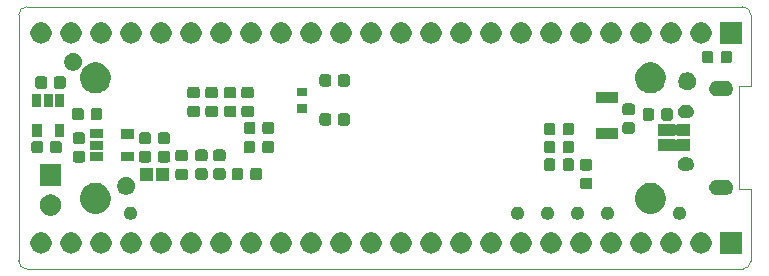
<source format=gbs>
%TF.GenerationSoftware,KiCad,Pcbnew,(5.1.5)-3*%
%TF.CreationDate,2020-06-07T22:11:54-07:00*%
%TF.ProjectId,UPduino_v3.0,55506475-696e-46f5-9f76-332e302e6b69,3.0*%
%TF.SameCoordinates,Original*%
%TF.FileFunction,Soldermask,Bot*%
%TF.FilePolarity,Negative*%
%FSLAX46Y46*%
G04 Gerber Fmt 4.6, Leading zero omitted, Abs format (unit mm)*
G04 Created by KiCad (PCBNEW (5.1.5)-3) date 2020-06-07 22:11:54*
%MOMM*%
%LPD*%
G04 APERTURE LIST*
%ADD10C,0.050000*%
%ADD11C,0.100000*%
G04 APERTURE END LIST*
D10*
X100000000Y-78480000D02*
G75*
G02X100700000Y-77780000I700000J0D01*
G01*
X161300000Y-77780000D02*
G75*
G02X162000000Y-78480000I0J-700000D01*
G01*
X162000000Y-99300000D02*
G75*
G02X161300000Y-100000000I-700000J0D01*
G01*
X100700000Y-100000000D02*
G75*
G02X100000000Y-99300000I0J700000D01*
G01*
X162000000Y-93200000D02*
X161000000Y-93200000D01*
X162000000Y-84500000D02*
X161000000Y-84500000D01*
X161000000Y-93200000D02*
X161000000Y-84500000D01*
X162000000Y-99300000D02*
X162000000Y-93200000D01*
X100000000Y-78480000D02*
X100000000Y-99300000D01*
X161300000Y-77780000D02*
X100700000Y-77780000D01*
X162000000Y-84500000D02*
X162000000Y-78480000D01*
X100700000Y-100000000D02*
X161300000Y-100000000D01*
D11*
G36*
X104550426Y-96883313D02*
G01*
X104702812Y-96913624D01*
X104866784Y-96981544D01*
X105014354Y-97080147D01*
X105139853Y-97205646D01*
X105238456Y-97353216D01*
X105306376Y-97517188D01*
X105341000Y-97691259D01*
X105341000Y-97868741D01*
X105306376Y-98042812D01*
X105238456Y-98206784D01*
X105139853Y-98354354D01*
X105014354Y-98479853D01*
X104866784Y-98578456D01*
X104702812Y-98646376D01*
X104550426Y-98676687D01*
X104528742Y-98681000D01*
X104351258Y-98681000D01*
X104329574Y-98676687D01*
X104177188Y-98646376D01*
X104013216Y-98578456D01*
X103865646Y-98479853D01*
X103740147Y-98354354D01*
X103641544Y-98206784D01*
X103573624Y-98042812D01*
X103539000Y-97868741D01*
X103539000Y-97691259D01*
X103573624Y-97517188D01*
X103641544Y-97353216D01*
X103740147Y-97205646D01*
X103865646Y-97080147D01*
X104013216Y-96981544D01*
X104177188Y-96913624D01*
X104329574Y-96883313D01*
X104351258Y-96879000D01*
X104528742Y-96879000D01*
X104550426Y-96883313D01*
G37*
G36*
X157890426Y-96883313D02*
G01*
X158042812Y-96913624D01*
X158206784Y-96981544D01*
X158354354Y-97080147D01*
X158479853Y-97205646D01*
X158578456Y-97353216D01*
X158646376Y-97517188D01*
X158681000Y-97691259D01*
X158681000Y-97868741D01*
X158646376Y-98042812D01*
X158578456Y-98206784D01*
X158479853Y-98354354D01*
X158354354Y-98479853D01*
X158206784Y-98578456D01*
X158042812Y-98646376D01*
X157890426Y-98676687D01*
X157868742Y-98681000D01*
X157691258Y-98681000D01*
X157669574Y-98676687D01*
X157517188Y-98646376D01*
X157353216Y-98578456D01*
X157205646Y-98479853D01*
X157080147Y-98354354D01*
X156981544Y-98206784D01*
X156913624Y-98042812D01*
X156879000Y-97868741D01*
X156879000Y-97691259D01*
X156913624Y-97517188D01*
X156981544Y-97353216D01*
X157080147Y-97205646D01*
X157205646Y-97080147D01*
X157353216Y-96981544D01*
X157517188Y-96913624D01*
X157669574Y-96883313D01*
X157691258Y-96879000D01*
X157868742Y-96879000D01*
X157890426Y-96883313D01*
G37*
G36*
X129950426Y-96883313D02*
G01*
X130102812Y-96913624D01*
X130266784Y-96981544D01*
X130414354Y-97080147D01*
X130539853Y-97205646D01*
X130638456Y-97353216D01*
X130706376Y-97517188D01*
X130741000Y-97691259D01*
X130741000Y-97868741D01*
X130706376Y-98042812D01*
X130638456Y-98206784D01*
X130539853Y-98354354D01*
X130414354Y-98479853D01*
X130266784Y-98578456D01*
X130102812Y-98646376D01*
X129950426Y-98676687D01*
X129928742Y-98681000D01*
X129751258Y-98681000D01*
X129729574Y-98676687D01*
X129577188Y-98646376D01*
X129413216Y-98578456D01*
X129265646Y-98479853D01*
X129140147Y-98354354D01*
X129041544Y-98206784D01*
X128973624Y-98042812D01*
X128939000Y-97868741D01*
X128939000Y-97691259D01*
X128973624Y-97517188D01*
X129041544Y-97353216D01*
X129140147Y-97205646D01*
X129265646Y-97080147D01*
X129413216Y-96981544D01*
X129577188Y-96913624D01*
X129729574Y-96883313D01*
X129751258Y-96879000D01*
X129928742Y-96879000D01*
X129950426Y-96883313D01*
G37*
G36*
X132490426Y-96883313D02*
G01*
X132642812Y-96913624D01*
X132806784Y-96981544D01*
X132954354Y-97080147D01*
X133079853Y-97205646D01*
X133178456Y-97353216D01*
X133246376Y-97517188D01*
X133281000Y-97691259D01*
X133281000Y-97868741D01*
X133246376Y-98042812D01*
X133178456Y-98206784D01*
X133079853Y-98354354D01*
X132954354Y-98479853D01*
X132806784Y-98578456D01*
X132642812Y-98646376D01*
X132490426Y-98676687D01*
X132468742Y-98681000D01*
X132291258Y-98681000D01*
X132269574Y-98676687D01*
X132117188Y-98646376D01*
X131953216Y-98578456D01*
X131805646Y-98479853D01*
X131680147Y-98354354D01*
X131581544Y-98206784D01*
X131513624Y-98042812D01*
X131479000Y-97868741D01*
X131479000Y-97691259D01*
X131513624Y-97517188D01*
X131581544Y-97353216D01*
X131680147Y-97205646D01*
X131805646Y-97080147D01*
X131953216Y-96981544D01*
X132117188Y-96913624D01*
X132269574Y-96883313D01*
X132291258Y-96879000D01*
X132468742Y-96879000D01*
X132490426Y-96883313D01*
G37*
G36*
X135030426Y-96883313D02*
G01*
X135182812Y-96913624D01*
X135346784Y-96981544D01*
X135494354Y-97080147D01*
X135619853Y-97205646D01*
X135718456Y-97353216D01*
X135786376Y-97517188D01*
X135821000Y-97691259D01*
X135821000Y-97868741D01*
X135786376Y-98042812D01*
X135718456Y-98206784D01*
X135619853Y-98354354D01*
X135494354Y-98479853D01*
X135346784Y-98578456D01*
X135182812Y-98646376D01*
X135030426Y-98676687D01*
X135008742Y-98681000D01*
X134831258Y-98681000D01*
X134809574Y-98676687D01*
X134657188Y-98646376D01*
X134493216Y-98578456D01*
X134345646Y-98479853D01*
X134220147Y-98354354D01*
X134121544Y-98206784D01*
X134053624Y-98042812D01*
X134019000Y-97868741D01*
X134019000Y-97691259D01*
X134053624Y-97517188D01*
X134121544Y-97353216D01*
X134220147Y-97205646D01*
X134345646Y-97080147D01*
X134493216Y-96981544D01*
X134657188Y-96913624D01*
X134809574Y-96883313D01*
X134831258Y-96879000D01*
X135008742Y-96879000D01*
X135030426Y-96883313D01*
G37*
G36*
X137570426Y-96883313D02*
G01*
X137722812Y-96913624D01*
X137886784Y-96981544D01*
X138034354Y-97080147D01*
X138159853Y-97205646D01*
X138258456Y-97353216D01*
X138326376Y-97517188D01*
X138361000Y-97691259D01*
X138361000Y-97868741D01*
X138326376Y-98042812D01*
X138258456Y-98206784D01*
X138159853Y-98354354D01*
X138034354Y-98479853D01*
X137886784Y-98578456D01*
X137722812Y-98646376D01*
X137570426Y-98676687D01*
X137548742Y-98681000D01*
X137371258Y-98681000D01*
X137349574Y-98676687D01*
X137197188Y-98646376D01*
X137033216Y-98578456D01*
X136885646Y-98479853D01*
X136760147Y-98354354D01*
X136661544Y-98206784D01*
X136593624Y-98042812D01*
X136559000Y-97868741D01*
X136559000Y-97691259D01*
X136593624Y-97517188D01*
X136661544Y-97353216D01*
X136760147Y-97205646D01*
X136885646Y-97080147D01*
X137033216Y-96981544D01*
X137197188Y-96913624D01*
X137349574Y-96883313D01*
X137371258Y-96879000D01*
X137548742Y-96879000D01*
X137570426Y-96883313D01*
G37*
G36*
X140110426Y-96883313D02*
G01*
X140262812Y-96913624D01*
X140426784Y-96981544D01*
X140574354Y-97080147D01*
X140699853Y-97205646D01*
X140798456Y-97353216D01*
X140866376Y-97517188D01*
X140901000Y-97691259D01*
X140901000Y-97868741D01*
X140866376Y-98042812D01*
X140798456Y-98206784D01*
X140699853Y-98354354D01*
X140574354Y-98479853D01*
X140426784Y-98578456D01*
X140262812Y-98646376D01*
X140110426Y-98676687D01*
X140088742Y-98681000D01*
X139911258Y-98681000D01*
X139889574Y-98676687D01*
X139737188Y-98646376D01*
X139573216Y-98578456D01*
X139425646Y-98479853D01*
X139300147Y-98354354D01*
X139201544Y-98206784D01*
X139133624Y-98042812D01*
X139099000Y-97868741D01*
X139099000Y-97691259D01*
X139133624Y-97517188D01*
X139201544Y-97353216D01*
X139300147Y-97205646D01*
X139425646Y-97080147D01*
X139573216Y-96981544D01*
X139737188Y-96913624D01*
X139889574Y-96883313D01*
X139911258Y-96879000D01*
X140088742Y-96879000D01*
X140110426Y-96883313D01*
G37*
G36*
X142650426Y-96883313D02*
G01*
X142802812Y-96913624D01*
X142966784Y-96981544D01*
X143114354Y-97080147D01*
X143239853Y-97205646D01*
X143338456Y-97353216D01*
X143406376Y-97517188D01*
X143441000Y-97691259D01*
X143441000Y-97868741D01*
X143406376Y-98042812D01*
X143338456Y-98206784D01*
X143239853Y-98354354D01*
X143114354Y-98479853D01*
X142966784Y-98578456D01*
X142802812Y-98646376D01*
X142650426Y-98676687D01*
X142628742Y-98681000D01*
X142451258Y-98681000D01*
X142429574Y-98676687D01*
X142277188Y-98646376D01*
X142113216Y-98578456D01*
X141965646Y-98479853D01*
X141840147Y-98354354D01*
X141741544Y-98206784D01*
X141673624Y-98042812D01*
X141639000Y-97868741D01*
X141639000Y-97691259D01*
X141673624Y-97517188D01*
X141741544Y-97353216D01*
X141840147Y-97205646D01*
X141965646Y-97080147D01*
X142113216Y-96981544D01*
X142277188Y-96913624D01*
X142429574Y-96883313D01*
X142451258Y-96879000D01*
X142628742Y-96879000D01*
X142650426Y-96883313D01*
G37*
G36*
X145190426Y-96883313D02*
G01*
X145342812Y-96913624D01*
X145506784Y-96981544D01*
X145654354Y-97080147D01*
X145779853Y-97205646D01*
X145878456Y-97353216D01*
X145946376Y-97517188D01*
X145981000Y-97691259D01*
X145981000Y-97868741D01*
X145946376Y-98042812D01*
X145878456Y-98206784D01*
X145779853Y-98354354D01*
X145654354Y-98479853D01*
X145506784Y-98578456D01*
X145342812Y-98646376D01*
X145190426Y-98676687D01*
X145168742Y-98681000D01*
X144991258Y-98681000D01*
X144969574Y-98676687D01*
X144817188Y-98646376D01*
X144653216Y-98578456D01*
X144505646Y-98479853D01*
X144380147Y-98354354D01*
X144281544Y-98206784D01*
X144213624Y-98042812D01*
X144179000Y-97868741D01*
X144179000Y-97691259D01*
X144213624Y-97517188D01*
X144281544Y-97353216D01*
X144380147Y-97205646D01*
X144505646Y-97080147D01*
X144653216Y-96981544D01*
X144817188Y-96913624D01*
X144969574Y-96883313D01*
X144991258Y-96879000D01*
X145168742Y-96879000D01*
X145190426Y-96883313D01*
G37*
G36*
X147730426Y-96883313D02*
G01*
X147882812Y-96913624D01*
X148046784Y-96981544D01*
X148194354Y-97080147D01*
X148319853Y-97205646D01*
X148418456Y-97353216D01*
X148486376Y-97517188D01*
X148521000Y-97691259D01*
X148521000Y-97868741D01*
X148486376Y-98042812D01*
X148418456Y-98206784D01*
X148319853Y-98354354D01*
X148194354Y-98479853D01*
X148046784Y-98578456D01*
X147882812Y-98646376D01*
X147730426Y-98676687D01*
X147708742Y-98681000D01*
X147531258Y-98681000D01*
X147509574Y-98676687D01*
X147357188Y-98646376D01*
X147193216Y-98578456D01*
X147045646Y-98479853D01*
X146920147Y-98354354D01*
X146821544Y-98206784D01*
X146753624Y-98042812D01*
X146719000Y-97868741D01*
X146719000Y-97691259D01*
X146753624Y-97517188D01*
X146821544Y-97353216D01*
X146920147Y-97205646D01*
X147045646Y-97080147D01*
X147193216Y-96981544D01*
X147357188Y-96913624D01*
X147509574Y-96883313D01*
X147531258Y-96879000D01*
X147708742Y-96879000D01*
X147730426Y-96883313D01*
G37*
G36*
X150270426Y-96883313D02*
G01*
X150422812Y-96913624D01*
X150586784Y-96981544D01*
X150734354Y-97080147D01*
X150859853Y-97205646D01*
X150958456Y-97353216D01*
X151026376Y-97517188D01*
X151061000Y-97691259D01*
X151061000Y-97868741D01*
X151026376Y-98042812D01*
X150958456Y-98206784D01*
X150859853Y-98354354D01*
X150734354Y-98479853D01*
X150586784Y-98578456D01*
X150422812Y-98646376D01*
X150270426Y-98676687D01*
X150248742Y-98681000D01*
X150071258Y-98681000D01*
X150049574Y-98676687D01*
X149897188Y-98646376D01*
X149733216Y-98578456D01*
X149585646Y-98479853D01*
X149460147Y-98354354D01*
X149361544Y-98206784D01*
X149293624Y-98042812D01*
X149259000Y-97868741D01*
X149259000Y-97691259D01*
X149293624Y-97517188D01*
X149361544Y-97353216D01*
X149460147Y-97205646D01*
X149585646Y-97080147D01*
X149733216Y-96981544D01*
X149897188Y-96913624D01*
X150049574Y-96883313D01*
X150071258Y-96879000D01*
X150248742Y-96879000D01*
X150270426Y-96883313D01*
G37*
G36*
X152810426Y-96883313D02*
G01*
X152962812Y-96913624D01*
X153126784Y-96981544D01*
X153274354Y-97080147D01*
X153399853Y-97205646D01*
X153498456Y-97353216D01*
X153566376Y-97517188D01*
X153601000Y-97691259D01*
X153601000Y-97868741D01*
X153566376Y-98042812D01*
X153498456Y-98206784D01*
X153399853Y-98354354D01*
X153274354Y-98479853D01*
X153126784Y-98578456D01*
X152962812Y-98646376D01*
X152810426Y-98676687D01*
X152788742Y-98681000D01*
X152611258Y-98681000D01*
X152589574Y-98676687D01*
X152437188Y-98646376D01*
X152273216Y-98578456D01*
X152125646Y-98479853D01*
X152000147Y-98354354D01*
X151901544Y-98206784D01*
X151833624Y-98042812D01*
X151799000Y-97868741D01*
X151799000Y-97691259D01*
X151833624Y-97517188D01*
X151901544Y-97353216D01*
X152000147Y-97205646D01*
X152125646Y-97080147D01*
X152273216Y-96981544D01*
X152437188Y-96913624D01*
X152589574Y-96883313D01*
X152611258Y-96879000D01*
X152788742Y-96879000D01*
X152810426Y-96883313D01*
G37*
G36*
X155350426Y-96883313D02*
G01*
X155502812Y-96913624D01*
X155666784Y-96981544D01*
X155814354Y-97080147D01*
X155939853Y-97205646D01*
X156038456Y-97353216D01*
X156106376Y-97517188D01*
X156141000Y-97691259D01*
X156141000Y-97868741D01*
X156106376Y-98042812D01*
X156038456Y-98206784D01*
X155939853Y-98354354D01*
X155814354Y-98479853D01*
X155666784Y-98578456D01*
X155502812Y-98646376D01*
X155350426Y-98676687D01*
X155328742Y-98681000D01*
X155151258Y-98681000D01*
X155129574Y-98676687D01*
X154977188Y-98646376D01*
X154813216Y-98578456D01*
X154665646Y-98479853D01*
X154540147Y-98354354D01*
X154441544Y-98206784D01*
X154373624Y-98042812D01*
X154339000Y-97868741D01*
X154339000Y-97691259D01*
X154373624Y-97517188D01*
X154441544Y-97353216D01*
X154540147Y-97205646D01*
X154665646Y-97080147D01*
X154813216Y-96981544D01*
X154977188Y-96913624D01*
X155129574Y-96883313D01*
X155151258Y-96879000D01*
X155328742Y-96879000D01*
X155350426Y-96883313D01*
G37*
G36*
X127410426Y-96883313D02*
G01*
X127562812Y-96913624D01*
X127726784Y-96981544D01*
X127874354Y-97080147D01*
X127999853Y-97205646D01*
X128098456Y-97353216D01*
X128166376Y-97517188D01*
X128201000Y-97691259D01*
X128201000Y-97868741D01*
X128166376Y-98042812D01*
X128098456Y-98206784D01*
X127999853Y-98354354D01*
X127874354Y-98479853D01*
X127726784Y-98578456D01*
X127562812Y-98646376D01*
X127410426Y-98676687D01*
X127388742Y-98681000D01*
X127211258Y-98681000D01*
X127189574Y-98676687D01*
X127037188Y-98646376D01*
X126873216Y-98578456D01*
X126725646Y-98479853D01*
X126600147Y-98354354D01*
X126501544Y-98206784D01*
X126433624Y-98042812D01*
X126399000Y-97868741D01*
X126399000Y-97691259D01*
X126433624Y-97517188D01*
X126501544Y-97353216D01*
X126600147Y-97205646D01*
X126725646Y-97080147D01*
X126873216Y-96981544D01*
X127037188Y-96913624D01*
X127189574Y-96883313D01*
X127211258Y-96879000D01*
X127388742Y-96879000D01*
X127410426Y-96883313D01*
G37*
G36*
X102010426Y-96883313D02*
G01*
X102162812Y-96913624D01*
X102326784Y-96981544D01*
X102474354Y-97080147D01*
X102599853Y-97205646D01*
X102698456Y-97353216D01*
X102766376Y-97517188D01*
X102801000Y-97691259D01*
X102801000Y-97868741D01*
X102766376Y-98042812D01*
X102698456Y-98206784D01*
X102599853Y-98354354D01*
X102474354Y-98479853D01*
X102326784Y-98578456D01*
X102162812Y-98646376D01*
X102010426Y-98676687D01*
X101988742Y-98681000D01*
X101811258Y-98681000D01*
X101789574Y-98676687D01*
X101637188Y-98646376D01*
X101473216Y-98578456D01*
X101325646Y-98479853D01*
X101200147Y-98354354D01*
X101101544Y-98206784D01*
X101033624Y-98042812D01*
X100999000Y-97868741D01*
X100999000Y-97691259D01*
X101033624Y-97517188D01*
X101101544Y-97353216D01*
X101200147Y-97205646D01*
X101325646Y-97080147D01*
X101473216Y-96981544D01*
X101637188Y-96913624D01*
X101789574Y-96883313D01*
X101811258Y-96879000D01*
X101988742Y-96879000D01*
X102010426Y-96883313D01*
G37*
G36*
X107090426Y-96883313D02*
G01*
X107242812Y-96913624D01*
X107406784Y-96981544D01*
X107554354Y-97080147D01*
X107679853Y-97205646D01*
X107778456Y-97353216D01*
X107846376Y-97517188D01*
X107881000Y-97691259D01*
X107881000Y-97868741D01*
X107846376Y-98042812D01*
X107778456Y-98206784D01*
X107679853Y-98354354D01*
X107554354Y-98479853D01*
X107406784Y-98578456D01*
X107242812Y-98646376D01*
X107090426Y-98676687D01*
X107068742Y-98681000D01*
X106891258Y-98681000D01*
X106869574Y-98676687D01*
X106717188Y-98646376D01*
X106553216Y-98578456D01*
X106405646Y-98479853D01*
X106280147Y-98354354D01*
X106181544Y-98206784D01*
X106113624Y-98042812D01*
X106079000Y-97868741D01*
X106079000Y-97691259D01*
X106113624Y-97517188D01*
X106181544Y-97353216D01*
X106280147Y-97205646D01*
X106405646Y-97080147D01*
X106553216Y-96981544D01*
X106717188Y-96913624D01*
X106869574Y-96883313D01*
X106891258Y-96879000D01*
X107068742Y-96879000D01*
X107090426Y-96883313D01*
G37*
G36*
X109630426Y-96883313D02*
G01*
X109782812Y-96913624D01*
X109946784Y-96981544D01*
X110094354Y-97080147D01*
X110219853Y-97205646D01*
X110318456Y-97353216D01*
X110386376Y-97517188D01*
X110421000Y-97691259D01*
X110421000Y-97868741D01*
X110386376Y-98042812D01*
X110318456Y-98206784D01*
X110219853Y-98354354D01*
X110094354Y-98479853D01*
X109946784Y-98578456D01*
X109782812Y-98646376D01*
X109630426Y-98676687D01*
X109608742Y-98681000D01*
X109431258Y-98681000D01*
X109409574Y-98676687D01*
X109257188Y-98646376D01*
X109093216Y-98578456D01*
X108945646Y-98479853D01*
X108820147Y-98354354D01*
X108721544Y-98206784D01*
X108653624Y-98042812D01*
X108619000Y-97868741D01*
X108619000Y-97691259D01*
X108653624Y-97517188D01*
X108721544Y-97353216D01*
X108820147Y-97205646D01*
X108945646Y-97080147D01*
X109093216Y-96981544D01*
X109257188Y-96913624D01*
X109409574Y-96883313D01*
X109431258Y-96879000D01*
X109608742Y-96879000D01*
X109630426Y-96883313D01*
G37*
G36*
X112170426Y-96883313D02*
G01*
X112322812Y-96913624D01*
X112486784Y-96981544D01*
X112634354Y-97080147D01*
X112759853Y-97205646D01*
X112858456Y-97353216D01*
X112926376Y-97517188D01*
X112961000Y-97691259D01*
X112961000Y-97868741D01*
X112926376Y-98042812D01*
X112858456Y-98206784D01*
X112759853Y-98354354D01*
X112634354Y-98479853D01*
X112486784Y-98578456D01*
X112322812Y-98646376D01*
X112170426Y-98676687D01*
X112148742Y-98681000D01*
X111971258Y-98681000D01*
X111949574Y-98676687D01*
X111797188Y-98646376D01*
X111633216Y-98578456D01*
X111485646Y-98479853D01*
X111360147Y-98354354D01*
X111261544Y-98206784D01*
X111193624Y-98042812D01*
X111159000Y-97868741D01*
X111159000Y-97691259D01*
X111193624Y-97517188D01*
X111261544Y-97353216D01*
X111360147Y-97205646D01*
X111485646Y-97080147D01*
X111633216Y-96981544D01*
X111797188Y-96913624D01*
X111949574Y-96883313D01*
X111971258Y-96879000D01*
X112148742Y-96879000D01*
X112170426Y-96883313D01*
G37*
G36*
X114710426Y-96883313D02*
G01*
X114862812Y-96913624D01*
X115026784Y-96981544D01*
X115174354Y-97080147D01*
X115299853Y-97205646D01*
X115398456Y-97353216D01*
X115466376Y-97517188D01*
X115501000Y-97691259D01*
X115501000Y-97868741D01*
X115466376Y-98042812D01*
X115398456Y-98206784D01*
X115299853Y-98354354D01*
X115174354Y-98479853D01*
X115026784Y-98578456D01*
X114862812Y-98646376D01*
X114710426Y-98676687D01*
X114688742Y-98681000D01*
X114511258Y-98681000D01*
X114489574Y-98676687D01*
X114337188Y-98646376D01*
X114173216Y-98578456D01*
X114025646Y-98479853D01*
X113900147Y-98354354D01*
X113801544Y-98206784D01*
X113733624Y-98042812D01*
X113699000Y-97868741D01*
X113699000Y-97691259D01*
X113733624Y-97517188D01*
X113801544Y-97353216D01*
X113900147Y-97205646D01*
X114025646Y-97080147D01*
X114173216Y-96981544D01*
X114337188Y-96913624D01*
X114489574Y-96883313D01*
X114511258Y-96879000D01*
X114688742Y-96879000D01*
X114710426Y-96883313D01*
G37*
G36*
X161221000Y-98681000D02*
G01*
X159419000Y-98681000D01*
X159419000Y-96879000D01*
X161221000Y-96879000D01*
X161221000Y-98681000D01*
G37*
G36*
X119790426Y-96883313D02*
G01*
X119942812Y-96913624D01*
X120106784Y-96981544D01*
X120254354Y-97080147D01*
X120379853Y-97205646D01*
X120478456Y-97353216D01*
X120546376Y-97517188D01*
X120581000Y-97691259D01*
X120581000Y-97868741D01*
X120546376Y-98042812D01*
X120478456Y-98206784D01*
X120379853Y-98354354D01*
X120254354Y-98479853D01*
X120106784Y-98578456D01*
X119942812Y-98646376D01*
X119790426Y-98676687D01*
X119768742Y-98681000D01*
X119591258Y-98681000D01*
X119569574Y-98676687D01*
X119417188Y-98646376D01*
X119253216Y-98578456D01*
X119105646Y-98479853D01*
X118980147Y-98354354D01*
X118881544Y-98206784D01*
X118813624Y-98042812D01*
X118779000Y-97868741D01*
X118779000Y-97691259D01*
X118813624Y-97517188D01*
X118881544Y-97353216D01*
X118980147Y-97205646D01*
X119105646Y-97080147D01*
X119253216Y-96981544D01*
X119417188Y-96913624D01*
X119569574Y-96883313D01*
X119591258Y-96879000D01*
X119768742Y-96879000D01*
X119790426Y-96883313D01*
G37*
G36*
X122330426Y-96883313D02*
G01*
X122482812Y-96913624D01*
X122646784Y-96981544D01*
X122794354Y-97080147D01*
X122919853Y-97205646D01*
X123018456Y-97353216D01*
X123086376Y-97517188D01*
X123121000Y-97691259D01*
X123121000Y-97868741D01*
X123086376Y-98042812D01*
X123018456Y-98206784D01*
X122919853Y-98354354D01*
X122794354Y-98479853D01*
X122646784Y-98578456D01*
X122482812Y-98646376D01*
X122330426Y-98676687D01*
X122308742Y-98681000D01*
X122131258Y-98681000D01*
X122109574Y-98676687D01*
X121957188Y-98646376D01*
X121793216Y-98578456D01*
X121645646Y-98479853D01*
X121520147Y-98354354D01*
X121421544Y-98206784D01*
X121353624Y-98042812D01*
X121319000Y-97868741D01*
X121319000Y-97691259D01*
X121353624Y-97517188D01*
X121421544Y-97353216D01*
X121520147Y-97205646D01*
X121645646Y-97080147D01*
X121793216Y-96981544D01*
X121957188Y-96913624D01*
X122109574Y-96883313D01*
X122131258Y-96879000D01*
X122308742Y-96879000D01*
X122330426Y-96883313D01*
G37*
G36*
X124870426Y-96883313D02*
G01*
X125022812Y-96913624D01*
X125186784Y-96981544D01*
X125334354Y-97080147D01*
X125459853Y-97205646D01*
X125558456Y-97353216D01*
X125626376Y-97517188D01*
X125661000Y-97691259D01*
X125661000Y-97868741D01*
X125626376Y-98042812D01*
X125558456Y-98206784D01*
X125459853Y-98354354D01*
X125334354Y-98479853D01*
X125186784Y-98578456D01*
X125022812Y-98646376D01*
X124870426Y-98676687D01*
X124848742Y-98681000D01*
X124671258Y-98681000D01*
X124649574Y-98676687D01*
X124497188Y-98646376D01*
X124333216Y-98578456D01*
X124185646Y-98479853D01*
X124060147Y-98354354D01*
X123961544Y-98206784D01*
X123893624Y-98042812D01*
X123859000Y-97868741D01*
X123859000Y-97691259D01*
X123893624Y-97517188D01*
X123961544Y-97353216D01*
X124060147Y-97205646D01*
X124185646Y-97080147D01*
X124333216Y-96981544D01*
X124497188Y-96913624D01*
X124649574Y-96883313D01*
X124671258Y-96879000D01*
X124848742Y-96879000D01*
X124870426Y-96883313D01*
G37*
G36*
X117250426Y-96883313D02*
G01*
X117402812Y-96913624D01*
X117566784Y-96981544D01*
X117714354Y-97080147D01*
X117839853Y-97205646D01*
X117938456Y-97353216D01*
X118006376Y-97517188D01*
X118041000Y-97691259D01*
X118041000Y-97868741D01*
X118006376Y-98042812D01*
X117938456Y-98206784D01*
X117839853Y-98354354D01*
X117714354Y-98479853D01*
X117566784Y-98578456D01*
X117402812Y-98646376D01*
X117250426Y-98676687D01*
X117228742Y-98681000D01*
X117051258Y-98681000D01*
X117029574Y-98676687D01*
X116877188Y-98646376D01*
X116713216Y-98578456D01*
X116565646Y-98479853D01*
X116440147Y-98354354D01*
X116341544Y-98206784D01*
X116273624Y-98042812D01*
X116239000Y-97868741D01*
X116239000Y-97691259D01*
X116273624Y-97517188D01*
X116341544Y-97353216D01*
X116440147Y-97205646D01*
X116565646Y-97080147D01*
X116713216Y-96981544D01*
X116877188Y-96913624D01*
X117029574Y-96883313D01*
X117051258Y-96879000D01*
X117228742Y-96879000D01*
X117250426Y-96883313D01*
G37*
G36*
X144940719Y-94720174D02*
G01*
X144940722Y-94720175D01*
X144940721Y-94720175D01*
X145040996Y-94761710D01*
X145131242Y-94822010D01*
X145207990Y-94898758D01*
X145268290Y-94989004D01*
X145277216Y-95010553D01*
X145309826Y-95089281D01*
X145331000Y-95195730D01*
X145331000Y-95304270D01*
X145309826Y-95410719D01*
X145309825Y-95410721D01*
X145268290Y-95510996D01*
X145207990Y-95601242D01*
X145131242Y-95677990D01*
X145040996Y-95738290D01*
X144970090Y-95767660D01*
X144940719Y-95779826D01*
X144834270Y-95801000D01*
X144725730Y-95801000D01*
X144619281Y-95779826D01*
X144589910Y-95767660D01*
X144519004Y-95738290D01*
X144428758Y-95677990D01*
X144352010Y-95601242D01*
X144291710Y-95510996D01*
X144250175Y-95410721D01*
X144250174Y-95410719D01*
X144229000Y-95304270D01*
X144229000Y-95195730D01*
X144250174Y-95089281D01*
X144282784Y-95010553D01*
X144291710Y-94989004D01*
X144352010Y-94898758D01*
X144428758Y-94822010D01*
X144519004Y-94761710D01*
X144619279Y-94720175D01*
X144619278Y-94720175D01*
X144619281Y-94720174D01*
X144725730Y-94699000D01*
X144834270Y-94699000D01*
X144940719Y-94720174D01*
G37*
G36*
X109634719Y-94720174D02*
G01*
X109634722Y-94720175D01*
X109634721Y-94720175D01*
X109734996Y-94761710D01*
X109825242Y-94822010D01*
X109901990Y-94898758D01*
X109962290Y-94989004D01*
X109971216Y-95010553D01*
X110003826Y-95089281D01*
X110025000Y-95195730D01*
X110025000Y-95304270D01*
X110003826Y-95410719D01*
X110003825Y-95410721D01*
X109962290Y-95510996D01*
X109901990Y-95601242D01*
X109825242Y-95677990D01*
X109734996Y-95738290D01*
X109664090Y-95767660D01*
X109634719Y-95779826D01*
X109528270Y-95801000D01*
X109419730Y-95801000D01*
X109313281Y-95779826D01*
X109283910Y-95767660D01*
X109213004Y-95738290D01*
X109122758Y-95677990D01*
X109046010Y-95601242D01*
X108985710Y-95510996D01*
X108944175Y-95410721D01*
X108944174Y-95410719D01*
X108923000Y-95304270D01*
X108923000Y-95195730D01*
X108944174Y-95089281D01*
X108976784Y-95010553D01*
X108985710Y-94989004D01*
X109046010Y-94898758D01*
X109122758Y-94822010D01*
X109213004Y-94761710D01*
X109313279Y-94720175D01*
X109313278Y-94720175D01*
X109313281Y-94720174D01*
X109419730Y-94699000D01*
X109528270Y-94699000D01*
X109634719Y-94720174D01*
G37*
G36*
X150020719Y-94720174D02*
G01*
X150020722Y-94720175D01*
X150020721Y-94720175D01*
X150120996Y-94761710D01*
X150211242Y-94822010D01*
X150287990Y-94898758D01*
X150348290Y-94989004D01*
X150357216Y-95010553D01*
X150389826Y-95089281D01*
X150411000Y-95195730D01*
X150411000Y-95304270D01*
X150389826Y-95410719D01*
X150389825Y-95410721D01*
X150348290Y-95510996D01*
X150287990Y-95601242D01*
X150211242Y-95677990D01*
X150120996Y-95738290D01*
X150050090Y-95767660D01*
X150020719Y-95779826D01*
X149914270Y-95801000D01*
X149805730Y-95801000D01*
X149699281Y-95779826D01*
X149669910Y-95767660D01*
X149599004Y-95738290D01*
X149508758Y-95677990D01*
X149432010Y-95601242D01*
X149371710Y-95510996D01*
X149330175Y-95410721D01*
X149330174Y-95410719D01*
X149309000Y-95304270D01*
X149309000Y-95195730D01*
X149330174Y-95089281D01*
X149362784Y-95010553D01*
X149371710Y-94989004D01*
X149432010Y-94898758D01*
X149508758Y-94822010D01*
X149599004Y-94761710D01*
X149699279Y-94720175D01*
X149699278Y-94720175D01*
X149699281Y-94720174D01*
X149805730Y-94699000D01*
X149914270Y-94699000D01*
X150020719Y-94720174D01*
G37*
G36*
X156116719Y-94720174D02*
G01*
X156116722Y-94720175D01*
X156116721Y-94720175D01*
X156216996Y-94761710D01*
X156307242Y-94822010D01*
X156383990Y-94898758D01*
X156444290Y-94989004D01*
X156453216Y-95010553D01*
X156485826Y-95089281D01*
X156507000Y-95195730D01*
X156507000Y-95304270D01*
X156485826Y-95410719D01*
X156485825Y-95410721D01*
X156444290Y-95510996D01*
X156383990Y-95601242D01*
X156307242Y-95677990D01*
X156216996Y-95738290D01*
X156146090Y-95767660D01*
X156116719Y-95779826D01*
X156010270Y-95801000D01*
X155901730Y-95801000D01*
X155795281Y-95779826D01*
X155765910Y-95767660D01*
X155695004Y-95738290D01*
X155604758Y-95677990D01*
X155528010Y-95601242D01*
X155467710Y-95510996D01*
X155426175Y-95410721D01*
X155426174Y-95410719D01*
X155405000Y-95304270D01*
X155405000Y-95195730D01*
X155426174Y-95089281D01*
X155458784Y-95010553D01*
X155467710Y-94989004D01*
X155528010Y-94898758D01*
X155604758Y-94822010D01*
X155695004Y-94761710D01*
X155795279Y-94720175D01*
X155795278Y-94720175D01*
X155795281Y-94720174D01*
X155901730Y-94699000D01*
X156010270Y-94699000D01*
X156116719Y-94720174D01*
G37*
G36*
X147480719Y-94720174D02*
G01*
X147480722Y-94720175D01*
X147480721Y-94720175D01*
X147580996Y-94761710D01*
X147671242Y-94822010D01*
X147747990Y-94898758D01*
X147808290Y-94989004D01*
X147817216Y-95010553D01*
X147849826Y-95089281D01*
X147871000Y-95195730D01*
X147871000Y-95304270D01*
X147849826Y-95410719D01*
X147849825Y-95410721D01*
X147808290Y-95510996D01*
X147747990Y-95601242D01*
X147671242Y-95677990D01*
X147580996Y-95738290D01*
X147510090Y-95767660D01*
X147480719Y-95779826D01*
X147374270Y-95801000D01*
X147265730Y-95801000D01*
X147159281Y-95779826D01*
X147129910Y-95767660D01*
X147059004Y-95738290D01*
X146968758Y-95677990D01*
X146892010Y-95601242D01*
X146831710Y-95510996D01*
X146790175Y-95410721D01*
X146790174Y-95410719D01*
X146769000Y-95304270D01*
X146769000Y-95195730D01*
X146790174Y-95089281D01*
X146822784Y-95010553D01*
X146831710Y-94989004D01*
X146892010Y-94898758D01*
X146968758Y-94822010D01*
X147059004Y-94761710D01*
X147159279Y-94720175D01*
X147159278Y-94720175D01*
X147159281Y-94720174D01*
X147265730Y-94699000D01*
X147374270Y-94699000D01*
X147480719Y-94720174D01*
G37*
G36*
X142400719Y-94720174D02*
G01*
X142400722Y-94720175D01*
X142400721Y-94720175D01*
X142500996Y-94761710D01*
X142591242Y-94822010D01*
X142667990Y-94898758D01*
X142728290Y-94989004D01*
X142737216Y-95010553D01*
X142769826Y-95089281D01*
X142791000Y-95195730D01*
X142791000Y-95304270D01*
X142769826Y-95410719D01*
X142769825Y-95410721D01*
X142728290Y-95510996D01*
X142667990Y-95601242D01*
X142591242Y-95677990D01*
X142500996Y-95738290D01*
X142430090Y-95767660D01*
X142400719Y-95779826D01*
X142294270Y-95801000D01*
X142185730Y-95801000D01*
X142079281Y-95779826D01*
X142049910Y-95767660D01*
X141979004Y-95738290D01*
X141888758Y-95677990D01*
X141812010Y-95601242D01*
X141751710Y-95510996D01*
X141710175Y-95410721D01*
X141710174Y-95410719D01*
X141689000Y-95304270D01*
X141689000Y-95195730D01*
X141710174Y-95089281D01*
X141742784Y-95010553D01*
X141751710Y-94989004D01*
X141812010Y-94898758D01*
X141888758Y-94822010D01*
X141979004Y-94761710D01*
X142079279Y-94720175D01*
X142079278Y-94720175D01*
X142079281Y-94720174D01*
X142185730Y-94699000D01*
X142294270Y-94699000D01*
X142400719Y-94720174D01*
G37*
G36*
X102810426Y-93683313D02*
G01*
X102962812Y-93713624D01*
X103126784Y-93781544D01*
X103274354Y-93880147D01*
X103399853Y-94005646D01*
X103498456Y-94153216D01*
X103566376Y-94317188D01*
X103601000Y-94491259D01*
X103601000Y-94668741D01*
X103566376Y-94842812D01*
X103498456Y-95006784D01*
X103399853Y-95154354D01*
X103274354Y-95279853D01*
X103126784Y-95378456D01*
X102962812Y-95446376D01*
X102810426Y-95476687D01*
X102788742Y-95481000D01*
X102611258Y-95481000D01*
X102589574Y-95476687D01*
X102437188Y-95446376D01*
X102273216Y-95378456D01*
X102125646Y-95279853D01*
X102000147Y-95154354D01*
X101901544Y-95006784D01*
X101833624Y-94842812D01*
X101799000Y-94668741D01*
X101799000Y-94491259D01*
X101833624Y-94317188D01*
X101901544Y-94153216D01*
X102000147Y-94005646D01*
X102125646Y-93880147D01*
X102273216Y-93781544D01*
X102437188Y-93713624D01*
X102589574Y-93683313D01*
X102611258Y-93679000D01*
X102788742Y-93679000D01*
X102810426Y-93683313D01*
G37*
G36*
X106879486Y-92748996D02*
G01*
X106879489Y-92748997D01*
X106879488Y-92748997D01*
X107116255Y-92847069D01*
X107159748Y-92876130D01*
X107329338Y-92989446D01*
X107510554Y-93170662D01*
X107522705Y-93188848D01*
X107607220Y-93315333D01*
X107652932Y-93383747D01*
X107751004Y-93620514D01*
X107801000Y-93871861D01*
X107801000Y-94128139D01*
X107751004Y-94379486D01*
X107704706Y-94491259D01*
X107652931Y-94616255D01*
X107510553Y-94829339D01*
X107329339Y-95010553D01*
X107116255Y-95152931D01*
X107116254Y-95152932D01*
X107116253Y-95152932D01*
X106879486Y-95251004D01*
X106628139Y-95301000D01*
X106371861Y-95301000D01*
X106120514Y-95251004D01*
X105883747Y-95152932D01*
X105883746Y-95152932D01*
X105883745Y-95152931D01*
X105670661Y-95010553D01*
X105489447Y-94829339D01*
X105347069Y-94616255D01*
X105295294Y-94491259D01*
X105248996Y-94379486D01*
X105199000Y-94128139D01*
X105199000Y-93871861D01*
X105248996Y-93620514D01*
X105347068Y-93383747D01*
X105392781Y-93315333D01*
X105477295Y-93188848D01*
X105489446Y-93170662D01*
X105670662Y-92989446D01*
X105840252Y-92876130D01*
X105883745Y-92847069D01*
X106120512Y-92748997D01*
X106120511Y-92748997D01*
X106120514Y-92748996D01*
X106371861Y-92699000D01*
X106628139Y-92699000D01*
X106879486Y-92748996D01*
G37*
G36*
X153879486Y-92748996D02*
G01*
X153879489Y-92748997D01*
X153879488Y-92748997D01*
X154116255Y-92847069D01*
X154159748Y-92876130D01*
X154329338Y-92989446D01*
X154510554Y-93170662D01*
X154522705Y-93188848D01*
X154607220Y-93315333D01*
X154652932Y-93383747D01*
X154751004Y-93620514D01*
X154801000Y-93871861D01*
X154801000Y-94128139D01*
X154751004Y-94379486D01*
X154704706Y-94491259D01*
X154652931Y-94616255D01*
X154510553Y-94829339D01*
X154329339Y-95010553D01*
X154116255Y-95152931D01*
X154116254Y-95152932D01*
X154116253Y-95152932D01*
X153879486Y-95251004D01*
X153628139Y-95301000D01*
X153371861Y-95301000D01*
X153120514Y-95251004D01*
X152883747Y-95152932D01*
X152883746Y-95152932D01*
X152883745Y-95152931D01*
X152670661Y-95010553D01*
X152489447Y-94829339D01*
X152347069Y-94616255D01*
X152295294Y-94491259D01*
X152248996Y-94379486D01*
X152199000Y-94128139D01*
X152199000Y-93871861D01*
X152248996Y-93620514D01*
X152347068Y-93383747D01*
X152392781Y-93315333D01*
X152477295Y-93188848D01*
X152489446Y-93170662D01*
X152670662Y-92989446D01*
X152840252Y-92876130D01*
X152883745Y-92847069D01*
X153120512Y-92748997D01*
X153120511Y-92748997D01*
X153120514Y-92748996D01*
X153371861Y-92699000D01*
X153628139Y-92699000D01*
X153879486Y-92748996D01*
G37*
G36*
X159952618Y-92423420D02*
G01*
X160075333Y-92460645D01*
X160188424Y-92521093D01*
X160287553Y-92602447D01*
X160368907Y-92701576D01*
X160429355Y-92814667D01*
X160466580Y-92937382D01*
X160479149Y-93065000D01*
X160466580Y-93192618D01*
X160429355Y-93315333D01*
X160368907Y-93428424D01*
X160287553Y-93527553D01*
X160188424Y-93608907D01*
X160075333Y-93669355D01*
X159952618Y-93706580D01*
X159856975Y-93716000D01*
X159093025Y-93716000D01*
X158997382Y-93706580D01*
X158874667Y-93669355D01*
X158761576Y-93608907D01*
X158662447Y-93527553D01*
X158581093Y-93428424D01*
X158520645Y-93315333D01*
X158483420Y-93192618D01*
X158470851Y-93065000D01*
X158483420Y-92937382D01*
X158520645Y-92814667D01*
X158581093Y-92701576D01*
X158662447Y-92602447D01*
X158761576Y-92521093D01*
X158874667Y-92460645D01*
X158997382Y-92423420D01*
X159093025Y-92414000D01*
X159856975Y-92414000D01*
X159952618Y-92423420D01*
G37*
G36*
X109318765Y-92228821D02*
G01*
X109455257Y-92285358D01*
X109578096Y-92367436D01*
X109682564Y-92471904D01*
X109764642Y-92594743D01*
X109821179Y-92731235D01*
X109850000Y-92876130D01*
X109850000Y-93023870D01*
X109821179Y-93168765D01*
X109764642Y-93305257D01*
X109682564Y-93428096D01*
X109578096Y-93532564D01*
X109455257Y-93614642D01*
X109318765Y-93671179D01*
X109173870Y-93700000D01*
X109026130Y-93700000D01*
X108881235Y-93671179D01*
X108744743Y-93614642D01*
X108621904Y-93532564D01*
X108517436Y-93428096D01*
X108435358Y-93305257D01*
X108378821Y-93168765D01*
X108350000Y-93023870D01*
X108350000Y-92876130D01*
X108378821Y-92731235D01*
X108435358Y-92594743D01*
X108517436Y-92471904D01*
X108621904Y-92367436D01*
X108744743Y-92285358D01*
X108881235Y-92228821D01*
X109026130Y-92200000D01*
X109173870Y-92200000D01*
X109318765Y-92228821D01*
G37*
G36*
X148399477Y-92253450D02*
G01*
X148440559Y-92265912D01*
X148478424Y-92286152D01*
X148511612Y-92313388D01*
X148538848Y-92346576D01*
X148559088Y-92384441D01*
X148571550Y-92425523D01*
X148576000Y-92470704D01*
X148576000Y-93004296D01*
X148571550Y-93049477D01*
X148559088Y-93090559D01*
X148538848Y-93128424D01*
X148511612Y-93161612D01*
X148478424Y-93188848D01*
X148440559Y-93209088D01*
X148399477Y-93221550D01*
X148354296Y-93226000D01*
X147745704Y-93226000D01*
X147700523Y-93221550D01*
X147659441Y-93209088D01*
X147621576Y-93188848D01*
X147588388Y-93161612D01*
X147561152Y-93128424D01*
X147540912Y-93090559D01*
X147528450Y-93049477D01*
X147524000Y-93004296D01*
X147524000Y-92470704D01*
X147528450Y-92425523D01*
X147540912Y-92384441D01*
X147561152Y-92346576D01*
X147588388Y-92313388D01*
X147621576Y-92286152D01*
X147659441Y-92265912D01*
X147700523Y-92253450D01*
X147745704Y-92249000D01*
X148354296Y-92249000D01*
X148399477Y-92253450D01*
G37*
G36*
X103601000Y-92941000D02*
G01*
X101799000Y-92941000D01*
X101799000Y-91139000D01*
X103601000Y-91139000D01*
X103601000Y-92941000D01*
G37*
G36*
X112707000Y-92499000D02*
G01*
X111605000Y-92499000D01*
X111605000Y-91397000D01*
X112707000Y-91397000D01*
X112707000Y-92499000D01*
G37*
G36*
X111407000Y-92499000D02*
G01*
X110305000Y-92499000D01*
X110305000Y-91397000D01*
X111407000Y-91397000D01*
X111407000Y-92499000D01*
G37*
G36*
X118840977Y-91426450D02*
G01*
X118882059Y-91438912D01*
X118919924Y-91459152D01*
X118953112Y-91486388D01*
X118980348Y-91519576D01*
X119000588Y-91557441D01*
X119013050Y-91598523D01*
X119017500Y-91643704D01*
X119017500Y-92252296D01*
X119013050Y-92297477D01*
X119000588Y-92338559D01*
X118980348Y-92376424D01*
X118953112Y-92409612D01*
X118919924Y-92436848D01*
X118882059Y-92457088D01*
X118840977Y-92469550D01*
X118795796Y-92474000D01*
X118262204Y-92474000D01*
X118217023Y-92469550D01*
X118175941Y-92457088D01*
X118138076Y-92436848D01*
X118104888Y-92409612D01*
X118077652Y-92376424D01*
X118057412Y-92338559D01*
X118044950Y-92297477D01*
X118040500Y-92252296D01*
X118040500Y-91643704D01*
X118044950Y-91598523D01*
X118057412Y-91557441D01*
X118077652Y-91519576D01*
X118104888Y-91486388D01*
X118138076Y-91459152D01*
X118175941Y-91438912D01*
X118217023Y-91426450D01*
X118262204Y-91422000D01*
X118795796Y-91422000D01*
X118840977Y-91426450D01*
G37*
G36*
X120415977Y-91426450D02*
G01*
X120457059Y-91438912D01*
X120494924Y-91459152D01*
X120528112Y-91486388D01*
X120555348Y-91519576D01*
X120575588Y-91557441D01*
X120588050Y-91598523D01*
X120592500Y-91643704D01*
X120592500Y-92252296D01*
X120588050Y-92297477D01*
X120575588Y-92338559D01*
X120555348Y-92376424D01*
X120528112Y-92409612D01*
X120494924Y-92436848D01*
X120457059Y-92457088D01*
X120415977Y-92469550D01*
X120370796Y-92474000D01*
X119837204Y-92474000D01*
X119792023Y-92469550D01*
X119750941Y-92457088D01*
X119713076Y-92436848D01*
X119679888Y-92409612D01*
X119652652Y-92376424D01*
X119632412Y-92338559D01*
X119619950Y-92297477D01*
X119615500Y-92252296D01*
X119615500Y-91643704D01*
X119619950Y-91598523D01*
X119632412Y-91557441D01*
X119652652Y-91519576D01*
X119679888Y-91486388D01*
X119713076Y-91459152D01*
X119750941Y-91438912D01*
X119792023Y-91426450D01*
X119837204Y-91422000D01*
X120370796Y-91422000D01*
X120415977Y-91426450D01*
G37*
G36*
X114141477Y-91489450D02*
G01*
X114182559Y-91501912D01*
X114220424Y-91522152D01*
X114253612Y-91549388D01*
X114280848Y-91582576D01*
X114301088Y-91620441D01*
X114313550Y-91661523D01*
X114318000Y-91706704D01*
X114318000Y-92240296D01*
X114313550Y-92285477D01*
X114301088Y-92326559D01*
X114280848Y-92364424D01*
X114253612Y-92397612D01*
X114220424Y-92424848D01*
X114182559Y-92445088D01*
X114141477Y-92457550D01*
X114096296Y-92462000D01*
X113487704Y-92462000D01*
X113442523Y-92457550D01*
X113401441Y-92445088D01*
X113363576Y-92424848D01*
X113330388Y-92397612D01*
X113303152Y-92364424D01*
X113282912Y-92326559D01*
X113270450Y-92285477D01*
X113266000Y-92240296D01*
X113266000Y-91706704D01*
X113270450Y-91661523D01*
X113282912Y-91620441D01*
X113303152Y-91582576D01*
X113330388Y-91549388D01*
X113363576Y-91522152D01*
X113401441Y-91501912D01*
X113442523Y-91489450D01*
X113487704Y-91485000D01*
X114096296Y-91485000D01*
X114141477Y-91489450D01*
G37*
G36*
X115817877Y-91448450D02*
G01*
X115858959Y-91460912D01*
X115896824Y-91481152D01*
X115930012Y-91508388D01*
X115957248Y-91541576D01*
X115977488Y-91579441D01*
X115989950Y-91620523D01*
X115994400Y-91665704D01*
X115994400Y-92199296D01*
X115989950Y-92244477D01*
X115977488Y-92285559D01*
X115957248Y-92323424D01*
X115930012Y-92356612D01*
X115896824Y-92383848D01*
X115858959Y-92404088D01*
X115817877Y-92416550D01*
X115772696Y-92421000D01*
X115164104Y-92421000D01*
X115118923Y-92416550D01*
X115077841Y-92404088D01*
X115039976Y-92383848D01*
X115006788Y-92356612D01*
X114979552Y-92323424D01*
X114959312Y-92285559D01*
X114946850Y-92244477D01*
X114942400Y-92199296D01*
X114942400Y-91665704D01*
X114946850Y-91620523D01*
X114959312Y-91579441D01*
X114979552Y-91541576D01*
X115006788Y-91508388D01*
X115039976Y-91481152D01*
X115077841Y-91460912D01*
X115118923Y-91448450D01*
X115164104Y-91444000D01*
X115772696Y-91444000D01*
X115817877Y-91448450D01*
G37*
G36*
X117341877Y-91448450D02*
G01*
X117382959Y-91460912D01*
X117420824Y-91481152D01*
X117454012Y-91508388D01*
X117481248Y-91541576D01*
X117501488Y-91579441D01*
X117513950Y-91620523D01*
X117518400Y-91665704D01*
X117518400Y-92199296D01*
X117513950Y-92244477D01*
X117501488Y-92285559D01*
X117481248Y-92323424D01*
X117454012Y-92356612D01*
X117420824Y-92383848D01*
X117382959Y-92404088D01*
X117341877Y-92416550D01*
X117296696Y-92421000D01*
X116688104Y-92421000D01*
X116642923Y-92416550D01*
X116601841Y-92404088D01*
X116563976Y-92383848D01*
X116530788Y-92356612D01*
X116503552Y-92323424D01*
X116483312Y-92285559D01*
X116470850Y-92244477D01*
X116466400Y-92199296D01*
X116466400Y-91665704D01*
X116470850Y-91620523D01*
X116483312Y-91579441D01*
X116503552Y-91541576D01*
X116530788Y-91508388D01*
X116563976Y-91481152D01*
X116601841Y-91460912D01*
X116642923Y-91448450D01*
X116688104Y-91444000D01*
X117296696Y-91444000D01*
X117341877Y-91448450D01*
G37*
G36*
X156687916Y-90547334D02*
G01*
X156796492Y-90580271D01*
X156896557Y-90633756D01*
X156984264Y-90705736D01*
X157056244Y-90793443D01*
X157109729Y-90893508D01*
X157142666Y-91002084D01*
X157153787Y-91115000D01*
X157142666Y-91227916D01*
X157109729Y-91336492D01*
X157056244Y-91436557D01*
X156984264Y-91524264D01*
X156896557Y-91596244D01*
X156796492Y-91649729D01*
X156687916Y-91682666D01*
X156603298Y-91691000D01*
X156346702Y-91691000D01*
X156262084Y-91682666D01*
X156153508Y-91649729D01*
X156053443Y-91596244D01*
X155965736Y-91524264D01*
X155893756Y-91436557D01*
X155840271Y-91336492D01*
X155807334Y-91227916D01*
X155796213Y-91115000D01*
X155807334Y-91002084D01*
X155840271Y-90893508D01*
X155893756Y-90793443D01*
X155965736Y-90705736D01*
X156053443Y-90633756D01*
X156153508Y-90580271D01*
X156262084Y-90547334D01*
X156346702Y-90539000D01*
X156603298Y-90539000D01*
X156687916Y-90547334D01*
G37*
G36*
X146849477Y-90628450D02*
G01*
X146890559Y-90640912D01*
X146928424Y-90661152D01*
X146961612Y-90688388D01*
X146988848Y-90721576D01*
X147009088Y-90759441D01*
X147021550Y-90800523D01*
X147026000Y-90845704D01*
X147026000Y-91454296D01*
X147021550Y-91499477D01*
X147009088Y-91540559D01*
X146988848Y-91578424D01*
X146961612Y-91611612D01*
X146928424Y-91638848D01*
X146890559Y-91659088D01*
X146849477Y-91671550D01*
X146804296Y-91676000D01*
X146270704Y-91676000D01*
X146225523Y-91671550D01*
X146184441Y-91659088D01*
X146146576Y-91638848D01*
X146113388Y-91611612D01*
X146086152Y-91578424D01*
X146065912Y-91540559D01*
X146053450Y-91499477D01*
X146049000Y-91454296D01*
X146049000Y-90845704D01*
X146053450Y-90800523D01*
X146065912Y-90759441D01*
X146086152Y-90721576D01*
X146113388Y-90688388D01*
X146146576Y-90661152D01*
X146184441Y-90640912D01*
X146225523Y-90628450D01*
X146270704Y-90624000D01*
X146804296Y-90624000D01*
X146849477Y-90628450D01*
G37*
G36*
X145274477Y-90628450D02*
G01*
X145315559Y-90640912D01*
X145353424Y-90661152D01*
X145386612Y-90688388D01*
X145413848Y-90721576D01*
X145434088Y-90759441D01*
X145446550Y-90800523D01*
X145451000Y-90845704D01*
X145451000Y-91454296D01*
X145446550Y-91499477D01*
X145434088Y-91540559D01*
X145413848Y-91578424D01*
X145386612Y-91611612D01*
X145353424Y-91638848D01*
X145315559Y-91659088D01*
X145274477Y-91671550D01*
X145229296Y-91676000D01*
X144695704Y-91676000D01*
X144650523Y-91671550D01*
X144609441Y-91659088D01*
X144571576Y-91638848D01*
X144538388Y-91611612D01*
X144511152Y-91578424D01*
X144490912Y-91540559D01*
X144478450Y-91499477D01*
X144474000Y-91454296D01*
X144474000Y-90845704D01*
X144478450Y-90800523D01*
X144490912Y-90759441D01*
X144511152Y-90721576D01*
X144538388Y-90688388D01*
X144571576Y-90661152D01*
X144609441Y-90640912D01*
X144650523Y-90628450D01*
X144695704Y-90624000D01*
X145229296Y-90624000D01*
X145274477Y-90628450D01*
G37*
G36*
X148399477Y-90678450D02*
G01*
X148440559Y-90690912D01*
X148478424Y-90711152D01*
X148511612Y-90738388D01*
X148538848Y-90771576D01*
X148559088Y-90809441D01*
X148571550Y-90850523D01*
X148576000Y-90895704D01*
X148576000Y-91429296D01*
X148571550Y-91474477D01*
X148559088Y-91515559D01*
X148538848Y-91553424D01*
X148511612Y-91586612D01*
X148478424Y-91613848D01*
X148440559Y-91634088D01*
X148399477Y-91646550D01*
X148354296Y-91651000D01*
X147745704Y-91651000D01*
X147700523Y-91646550D01*
X147659441Y-91634088D01*
X147621576Y-91613848D01*
X147588388Y-91586612D01*
X147561152Y-91553424D01*
X147540912Y-91515559D01*
X147528450Y-91474477D01*
X147524000Y-91429296D01*
X147524000Y-90895704D01*
X147528450Y-90850523D01*
X147540912Y-90809441D01*
X147561152Y-90771576D01*
X147588388Y-90738388D01*
X147621576Y-90711152D01*
X147659441Y-90690912D01*
X147700523Y-90678450D01*
X147745704Y-90674000D01*
X148354296Y-90674000D01*
X148399477Y-90678450D01*
G37*
G36*
X105449477Y-90003450D02*
G01*
X105490559Y-90015912D01*
X105528424Y-90036152D01*
X105561612Y-90063388D01*
X105588848Y-90096576D01*
X105609088Y-90134441D01*
X105621550Y-90175523D01*
X105626000Y-90220704D01*
X105626000Y-90754296D01*
X105621550Y-90799477D01*
X105609088Y-90840559D01*
X105588848Y-90878424D01*
X105561612Y-90911612D01*
X105528424Y-90938848D01*
X105490559Y-90959088D01*
X105449477Y-90971550D01*
X105404296Y-90976000D01*
X104795704Y-90976000D01*
X104750523Y-90971550D01*
X104709441Y-90959088D01*
X104671576Y-90938848D01*
X104638388Y-90911612D01*
X104611152Y-90878424D01*
X104590912Y-90840559D01*
X104578450Y-90799477D01*
X104574000Y-90754296D01*
X104574000Y-90220704D01*
X104578450Y-90175523D01*
X104590912Y-90134441D01*
X104611152Y-90096576D01*
X104638388Y-90063388D01*
X104671576Y-90036152D01*
X104709441Y-90015912D01*
X104750523Y-90003450D01*
X104795704Y-89999000D01*
X105404296Y-89999000D01*
X105449477Y-90003450D01*
G37*
G36*
X111049477Y-90003450D02*
G01*
X111090559Y-90015912D01*
X111128424Y-90036152D01*
X111161612Y-90063388D01*
X111188848Y-90096576D01*
X111209088Y-90134441D01*
X111221550Y-90175523D01*
X111226000Y-90220704D01*
X111226000Y-90754296D01*
X111221550Y-90799477D01*
X111209088Y-90840559D01*
X111188848Y-90878424D01*
X111161612Y-90911612D01*
X111128424Y-90938848D01*
X111090559Y-90959088D01*
X111049477Y-90971550D01*
X111004296Y-90976000D01*
X110395704Y-90976000D01*
X110350523Y-90971550D01*
X110309441Y-90959088D01*
X110271576Y-90938848D01*
X110238388Y-90911612D01*
X110211152Y-90878424D01*
X110190912Y-90840559D01*
X110178450Y-90799477D01*
X110174000Y-90754296D01*
X110174000Y-90220704D01*
X110178450Y-90175523D01*
X110190912Y-90134441D01*
X110211152Y-90096576D01*
X110238388Y-90063388D01*
X110271576Y-90036152D01*
X110309441Y-90015912D01*
X110350523Y-90003450D01*
X110395704Y-89999000D01*
X111004296Y-89999000D01*
X111049477Y-90003450D01*
G37*
G36*
X112649477Y-90003450D02*
G01*
X112690559Y-90015912D01*
X112728424Y-90036152D01*
X112761612Y-90063388D01*
X112788848Y-90096576D01*
X112809088Y-90134441D01*
X112821550Y-90175523D01*
X112826000Y-90220704D01*
X112826000Y-90754296D01*
X112821550Y-90799477D01*
X112809088Y-90840559D01*
X112788848Y-90878424D01*
X112761612Y-90911612D01*
X112728424Y-90938848D01*
X112690559Y-90959088D01*
X112649477Y-90971550D01*
X112604296Y-90976000D01*
X111995704Y-90976000D01*
X111950523Y-90971550D01*
X111909441Y-90959088D01*
X111871576Y-90938848D01*
X111838388Y-90911612D01*
X111811152Y-90878424D01*
X111790912Y-90840559D01*
X111778450Y-90799477D01*
X111774000Y-90754296D01*
X111774000Y-90220704D01*
X111778450Y-90175523D01*
X111790912Y-90134441D01*
X111811152Y-90096576D01*
X111838388Y-90063388D01*
X111871576Y-90036152D01*
X111909441Y-90015912D01*
X111950523Y-90003450D01*
X111995704Y-89999000D01*
X112604296Y-89999000D01*
X112649477Y-90003450D01*
G37*
G36*
X114141477Y-89914450D02*
G01*
X114182559Y-89926912D01*
X114220424Y-89947152D01*
X114253612Y-89974388D01*
X114280848Y-90007576D01*
X114301088Y-90045441D01*
X114313550Y-90086523D01*
X114318000Y-90131704D01*
X114318000Y-90665296D01*
X114313550Y-90710477D01*
X114301088Y-90751559D01*
X114280848Y-90789424D01*
X114253612Y-90822612D01*
X114220424Y-90849848D01*
X114182559Y-90870088D01*
X114141477Y-90882550D01*
X114096296Y-90887000D01*
X113487704Y-90887000D01*
X113442523Y-90882550D01*
X113401441Y-90870088D01*
X113363576Y-90849848D01*
X113330388Y-90822612D01*
X113303152Y-90789424D01*
X113282912Y-90751559D01*
X113270450Y-90710477D01*
X113266000Y-90665296D01*
X113266000Y-90131704D01*
X113270450Y-90086523D01*
X113282912Y-90045441D01*
X113303152Y-90007576D01*
X113330388Y-89974388D01*
X113363576Y-89947152D01*
X113401441Y-89926912D01*
X113442523Y-89914450D01*
X113487704Y-89910000D01*
X114096296Y-89910000D01*
X114141477Y-89914450D01*
G37*
G36*
X109751000Y-90851000D02*
G01*
X108649000Y-90851000D01*
X108649000Y-90049000D01*
X109751000Y-90049000D01*
X109751000Y-90851000D01*
G37*
G36*
X117341877Y-89873450D02*
G01*
X117382959Y-89885912D01*
X117420824Y-89906152D01*
X117454012Y-89933388D01*
X117481248Y-89966576D01*
X117501488Y-90004441D01*
X117513950Y-90045523D01*
X117518400Y-90090704D01*
X117518400Y-90624296D01*
X117513950Y-90669477D01*
X117501488Y-90710559D01*
X117481248Y-90748424D01*
X117454012Y-90781612D01*
X117420824Y-90808848D01*
X117382959Y-90829088D01*
X117341877Y-90841550D01*
X117296696Y-90846000D01*
X116688104Y-90846000D01*
X116642923Y-90841550D01*
X116601841Y-90829088D01*
X116563976Y-90808848D01*
X116530788Y-90781612D01*
X116503552Y-90748424D01*
X116483312Y-90710559D01*
X116470850Y-90669477D01*
X116466400Y-90624296D01*
X116466400Y-90090704D01*
X116470850Y-90045523D01*
X116483312Y-90004441D01*
X116503552Y-89966576D01*
X116530788Y-89933388D01*
X116563976Y-89906152D01*
X116601841Y-89885912D01*
X116642923Y-89873450D01*
X116688104Y-89869000D01*
X117296696Y-89869000D01*
X117341877Y-89873450D01*
G37*
G36*
X115817877Y-89873450D02*
G01*
X115858959Y-89885912D01*
X115896824Y-89906152D01*
X115930012Y-89933388D01*
X115957248Y-89966576D01*
X115977488Y-90004441D01*
X115989950Y-90045523D01*
X115994400Y-90090704D01*
X115994400Y-90624296D01*
X115989950Y-90669477D01*
X115977488Y-90710559D01*
X115957248Y-90748424D01*
X115930012Y-90781612D01*
X115896824Y-90808848D01*
X115858959Y-90829088D01*
X115817877Y-90841550D01*
X115772696Y-90846000D01*
X115164104Y-90846000D01*
X115118923Y-90841550D01*
X115077841Y-90829088D01*
X115039976Y-90808848D01*
X115006788Y-90781612D01*
X114979552Y-90748424D01*
X114959312Y-90710559D01*
X114946850Y-90669477D01*
X114942400Y-90624296D01*
X114942400Y-90090704D01*
X114946850Y-90045523D01*
X114959312Y-90004441D01*
X114979552Y-89966576D01*
X115006788Y-89933388D01*
X115039976Y-89906152D01*
X115077841Y-89885912D01*
X115118923Y-89873450D01*
X115164104Y-89869000D01*
X115772696Y-89869000D01*
X115817877Y-89873450D01*
G37*
G36*
X107151000Y-90826000D02*
G01*
X106049000Y-90826000D01*
X106049000Y-90074000D01*
X107151000Y-90074000D01*
X107151000Y-90826000D01*
G37*
G36*
X146849477Y-89140450D02*
G01*
X146890559Y-89152912D01*
X146928424Y-89173152D01*
X146961612Y-89200388D01*
X146988848Y-89233576D01*
X147009088Y-89271441D01*
X147021550Y-89312523D01*
X147026000Y-89357704D01*
X147026000Y-89966296D01*
X147021550Y-90011477D01*
X147009088Y-90052559D01*
X146988848Y-90090424D01*
X146961612Y-90123612D01*
X146928424Y-90150848D01*
X146890559Y-90171088D01*
X146849477Y-90183550D01*
X146804296Y-90188000D01*
X146270704Y-90188000D01*
X146225523Y-90183550D01*
X146184441Y-90171088D01*
X146146576Y-90150848D01*
X146113388Y-90123612D01*
X146086152Y-90090424D01*
X146065912Y-90052559D01*
X146053450Y-90011477D01*
X146049000Y-89966296D01*
X146049000Y-89357704D01*
X146053450Y-89312523D01*
X146065912Y-89271441D01*
X146086152Y-89233576D01*
X146113388Y-89200388D01*
X146146576Y-89173152D01*
X146184441Y-89152912D01*
X146225523Y-89140450D01*
X146270704Y-89136000D01*
X146804296Y-89136000D01*
X146849477Y-89140450D01*
G37*
G36*
X103461477Y-89140450D02*
G01*
X103502559Y-89152912D01*
X103540424Y-89173152D01*
X103573612Y-89200388D01*
X103600848Y-89233576D01*
X103621088Y-89271441D01*
X103633550Y-89312523D01*
X103638000Y-89357704D01*
X103638000Y-89966296D01*
X103633550Y-90011477D01*
X103621088Y-90052559D01*
X103600848Y-90090424D01*
X103573612Y-90123612D01*
X103540424Y-90150848D01*
X103502559Y-90171088D01*
X103461477Y-90183550D01*
X103416296Y-90188000D01*
X102882704Y-90188000D01*
X102837523Y-90183550D01*
X102796441Y-90171088D01*
X102758576Y-90150848D01*
X102725388Y-90123612D01*
X102698152Y-90090424D01*
X102677912Y-90052559D01*
X102665450Y-90011477D01*
X102661000Y-89966296D01*
X102661000Y-89357704D01*
X102665450Y-89312523D01*
X102677912Y-89271441D01*
X102698152Y-89233576D01*
X102725388Y-89200388D01*
X102758576Y-89173152D01*
X102796441Y-89152912D01*
X102837523Y-89140450D01*
X102882704Y-89136000D01*
X103416296Y-89136000D01*
X103461477Y-89140450D01*
G37*
G36*
X101886477Y-89140450D02*
G01*
X101927559Y-89152912D01*
X101965424Y-89173152D01*
X101998612Y-89200388D01*
X102025848Y-89233576D01*
X102046088Y-89271441D01*
X102058550Y-89312523D01*
X102063000Y-89357704D01*
X102063000Y-89966296D01*
X102058550Y-90011477D01*
X102046088Y-90052559D01*
X102025848Y-90090424D01*
X101998612Y-90123612D01*
X101965424Y-90150848D01*
X101927559Y-90171088D01*
X101886477Y-90183550D01*
X101841296Y-90188000D01*
X101307704Y-90188000D01*
X101262523Y-90183550D01*
X101221441Y-90171088D01*
X101183576Y-90150848D01*
X101150388Y-90123612D01*
X101123152Y-90090424D01*
X101102912Y-90052559D01*
X101090450Y-90011477D01*
X101086000Y-89966296D01*
X101086000Y-89357704D01*
X101090450Y-89312523D01*
X101102912Y-89271441D01*
X101123152Y-89233576D01*
X101150388Y-89200388D01*
X101183576Y-89173152D01*
X101221441Y-89152912D01*
X101262523Y-89140450D01*
X101307704Y-89136000D01*
X101841296Y-89136000D01*
X101886477Y-89140450D01*
G37*
G36*
X121431977Y-89140450D02*
G01*
X121473059Y-89152912D01*
X121510924Y-89173152D01*
X121544112Y-89200388D01*
X121571348Y-89233576D01*
X121591588Y-89271441D01*
X121604050Y-89312523D01*
X121608500Y-89357704D01*
X121608500Y-89966296D01*
X121604050Y-90011477D01*
X121591588Y-90052559D01*
X121571348Y-90090424D01*
X121544112Y-90123612D01*
X121510924Y-90150848D01*
X121473059Y-90171088D01*
X121431977Y-90183550D01*
X121386796Y-90188000D01*
X120853204Y-90188000D01*
X120808023Y-90183550D01*
X120766941Y-90171088D01*
X120729076Y-90150848D01*
X120695888Y-90123612D01*
X120668652Y-90090424D01*
X120648412Y-90052559D01*
X120635950Y-90011477D01*
X120631500Y-89966296D01*
X120631500Y-89357704D01*
X120635950Y-89312523D01*
X120648412Y-89271441D01*
X120668652Y-89233576D01*
X120695888Y-89200388D01*
X120729076Y-89173152D01*
X120766941Y-89152912D01*
X120808023Y-89140450D01*
X120853204Y-89136000D01*
X121386796Y-89136000D01*
X121431977Y-89140450D01*
G37*
G36*
X145274477Y-89140450D02*
G01*
X145315559Y-89152912D01*
X145353424Y-89173152D01*
X145386612Y-89200388D01*
X145413848Y-89233576D01*
X145434088Y-89271441D01*
X145446550Y-89312523D01*
X145451000Y-89357704D01*
X145451000Y-89966296D01*
X145446550Y-90011477D01*
X145434088Y-90052559D01*
X145413848Y-90090424D01*
X145386612Y-90123612D01*
X145353424Y-90150848D01*
X145315559Y-90171088D01*
X145274477Y-90183550D01*
X145229296Y-90188000D01*
X144695704Y-90188000D01*
X144650523Y-90183550D01*
X144609441Y-90171088D01*
X144571576Y-90150848D01*
X144538388Y-90123612D01*
X144511152Y-90090424D01*
X144490912Y-90052559D01*
X144478450Y-90011477D01*
X144474000Y-89966296D01*
X144474000Y-89357704D01*
X144478450Y-89312523D01*
X144490912Y-89271441D01*
X144511152Y-89233576D01*
X144538388Y-89200388D01*
X144571576Y-89173152D01*
X144609441Y-89152912D01*
X144650523Y-89140450D01*
X144695704Y-89136000D01*
X145229296Y-89136000D01*
X145274477Y-89140450D01*
G37*
G36*
X119856977Y-89140450D02*
G01*
X119898059Y-89152912D01*
X119935924Y-89173152D01*
X119969112Y-89200388D01*
X119996348Y-89233576D01*
X120016588Y-89271441D01*
X120029050Y-89312523D01*
X120033500Y-89357704D01*
X120033500Y-89966296D01*
X120029050Y-90011477D01*
X120016588Y-90052559D01*
X119996348Y-90090424D01*
X119969112Y-90123612D01*
X119935924Y-90150848D01*
X119898059Y-90171088D01*
X119856977Y-90183550D01*
X119811796Y-90188000D01*
X119278204Y-90188000D01*
X119233023Y-90183550D01*
X119191941Y-90171088D01*
X119154076Y-90150848D01*
X119120888Y-90123612D01*
X119093652Y-90090424D01*
X119073412Y-90052559D01*
X119060950Y-90011477D01*
X119056500Y-89966296D01*
X119056500Y-89357704D01*
X119060950Y-89312523D01*
X119073412Y-89271441D01*
X119093652Y-89233576D01*
X119120888Y-89200388D01*
X119154076Y-89173152D01*
X119191941Y-89152912D01*
X119233023Y-89140450D01*
X119278204Y-89136000D01*
X119811796Y-89136000D01*
X119856977Y-89140450D01*
G37*
G36*
X155522499Y-88994737D02*
G01*
X155532109Y-88997653D01*
X155540971Y-89002390D01*
X155548737Y-89008763D01*
X155555110Y-89016529D01*
X155559847Y-89025391D01*
X155562763Y-89035001D01*
X155563747Y-89045000D01*
X155562656Y-89056085D01*
X155561169Y-89063563D01*
X155561169Y-89073365D01*
X155563082Y-89082978D01*
X155566833Y-89092033D01*
X155572279Y-89100183D01*
X155579210Y-89107113D01*
X155587359Y-89112558D01*
X155596415Y-89116309D01*
X155606028Y-89118220D01*
X155615830Y-89118220D01*
X155625443Y-89116307D01*
X155634498Y-89112556D01*
X155644578Y-89105442D01*
X155751027Y-89008573D01*
X155761067Y-89001096D01*
X155770139Y-88996783D01*
X155780455Y-88994177D01*
X155789367Y-88993511D01*
X156785046Y-88993511D01*
X156797499Y-88994737D01*
X156807109Y-88997653D01*
X156815971Y-89002390D01*
X156823737Y-89008763D01*
X156830110Y-89016529D01*
X156834847Y-89025391D01*
X156837763Y-89035001D01*
X156838989Y-89047454D01*
X156838989Y-89952546D01*
X156837763Y-89964999D01*
X156834847Y-89974609D01*
X156830110Y-89983471D01*
X156823737Y-89991237D01*
X156815971Y-89997610D01*
X156807109Y-90002347D01*
X156797499Y-90005263D01*
X156785046Y-90006489D01*
X155789954Y-90006489D01*
X155777501Y-90005263D01*
X155767891Y-90002347D01*
X155758504Y-89997330D01*
X155751466Y-89991826D01*
X155644826Y-89894784D01*
X155636965Y-89888930D01*
X155628113Y-89884722D01*
X155618610Y-89882321D01*
X155608822Y-89881820D01*
X155599123Y-89883239D01*
X155589888Y-89886523D01*
X155581471Y-89891545D01*
X155574195Y-89898113D01*
X155568341Y-89905974D01*
X155564133Y-89914826D01*
X155561732Y-89924329D01*
X155561231Y-89934117D01*
X155561703Y-89939003D01*
X155563691Y-89952586D01*
X155563177Y-89962621D01*
X155560717Y-89972361D01*
X155556404Y-89981433D01*
X155556403Y-89981434D01*
X155550403Y-89989491D01*
X155550401Y-89989492D01*
X155550401Y-89989493D01*
X155542946Y-89996223D01*
X155534318Y-90001371D01*
X155524852Y-90004736D01*
X155512500Y-90006247D01*
X155511433Y-90006247D01*
X155509455Y-90006489D01*
X154214954Y-90006489D01*
X154202501Y-90005263D01*
X154192891Y-90002347D01*
X154184029Y-89997610D01*
X154176263Y-89991237D01*
X154169890Y-89983471D01*
X154165153Y-89974609D01*
X154162237Y-89964999D01*
X154161011Y-89952546D01*
X154161011Y-89497646D01*
X155113347Y-89497646D01*
X155113848Y-89507435D01*
X155116248Y-89516938D01*
X155120457Y-89525790D01*
X155129640Y-89536979D01*
X155155174Y-89560215D01*
X155163035Y-89566070D01*
X155171887Y-89570278D01*
X155181390Y-89572679D01*
X155191178Y-89573180D01*
X155200877Y-89571761D01*
X155210112Y-89568477D01*
X155218529Y-89563455D01*
X155225804Y-89556887D01*
X155231659Y-89549026D01*
X155235867Y-89540174D01*
X155238268Y-89530671D01*
X155238769Y-89520883D01*
X155238297Y-89515997D01*
X155236309Y-89502414D01*
X155236823Y-89492378D01*
X155237784Y-89488573D01*
X155239243Y-89478880D01*
X155238782Y-89469090D01*
X155236420Y-89459577D01*
X155232247Y-89450708D01*
X155226425Y-89442823D01*
X155219176Y-89436226D01*
X155210779Y-89431170D01*
X155201558Y-89427849D01*
X155191865Y-89426390D01*
X155182075Y-89426851D01*
X155172562Y-89429213D01*
X155163693Y-89433386D01*
X155155658Y-89439344D01*
X155129640Y-89463020D01*
X155123072Y-89470296D01*
X155118050Y-89478713D01*
X155114766Y-89487948D01*
X155113347Y-89497646D01*
X154161011Y-89497646D01*
X154161011Y-89047454D01*
X154162237Y-89035001D01*
X154165153Y-89025391D01*
X154169890Y-89016529D01*
X154176263Y-89008763D01*
X154184029Y-89002390D01*
X154192891Y-88997653D01*
X154202501Y-88994737D01*
X154214954Y-88993511D01*
X155510046Y-88993511D01*
X155522499Y-88994737D01*
G37*
G36*
X107151000Y-89876000D02*
G01*
X106049000Y-89876000D01*
X106049000Y-89124000D01*
X107151000Y-89124000D01*
X107151000Y-89876000D01*
G37*
G36*
X105449477Y-88428450D02*
G01*
X105490559Y-88440912D01*
X105528424Y-88461152D01*
X105561612Y-88488388D01*
X105588848Y-88521576D01*
X105609088Y-88559441D01*
X105621550Y-88600523D01*
X105626000Y-88645704D01*
X105626000Y-89179296D01*
X105621550Y-89224477D01*
X105609088Y-89265559D01*
X105588848Y-89303424D01*
X105561612Y-89336612D01*
X105528424Y-89363848D01*
X105490559Y-89384088D01*
X105449477Y-89396550D01*
X105404296Y-89401000D01*
X104795704Y-89401000D01*
X104750523Y-89396550D01*
X104709441Y-89384088D01*
X104671576Y-89363848D01*
X104638388Y-89336612D01*
X104611152Y-89303424D01*
X104590912Y-89265559D01*
X104578450Y-89224477D01*
X104574000Y-89179296D01*
X104574000Y-88645704D01*
X104578450Y-88600523D01*
X104590912Y-88559441D01*
X104611152Y-88521576D01*
X104638388Y-88488388D01*
X104671576Y-88461152D01*
X104709441Y-88440912D01*
X104750523Y-88428450D01*
X104795704Y-88424000D01*
X105404296Y-88424000D01*
X105449477Y-88428450D01*
G37*
G36*
X112649477Y-88428450D02*
G01*
X112690559Y-88440912D01*
X112728424Y-88461152D01*
X112761612Y-88488388D01*
X112788848Y-88521576D01*
X112809088Y-88559441D01*
X112821550Y-88600523D01*
X112826000Y-88645704D01*
X112826000Y-89179296D01*
X112821550Y-89224477D01*
X112809088Y-89265559D01*
X112788848Y-89303424D01*
X112761612Y-89336612D01*
X112728424Y-89363848D01*
X112690559Y-89384088D01*
X112649477Y-89396550D01*
X112604296Y-89401000D01*
X111995704Y-89401000D01*
X111950523Y-89396550D01*
X111909441Y-89384088D01*
X111871576Y-89363848D01*
X111838388Y-89336612D01*
X111811152Y-89303424D01*
X111790912Y-89265559D01*
X111778450Y-89224477D01*
X111774000Y-89179296D01*
X111774000Y-88645704D01*
X111778450Y-88600523D01*
X111790912Y-88559441D01*
X111811152Y-88521576D01*
X111838388Y-88488388D01*
X111871576Y-88461152D01*
X111909441Y-88440912D01*
X111950523Y-88428450D01*
X111995704Y-88424000D01*
X112604296Y-88424000D01*
X112649477Y-88428450D01*
G37*
G36*
X111049477Y-88428450D02*
G01*
X111090559Y-88440912D01*
X111128424Y-88461152D01*
X111161612Y-88488388D01*
X111188848Y-88521576D01*
X111209088Y-88559441D01*
X111221550Y-88600523D01*
X111226000Y-88645704D01*
X111226000Y-89179296D01*
X111221550Y-89224477D01*
X111209088Y-89265559D01*
X111188848Y-89303424D01*
X111161612Y-89336612D01*
X111128424Y-89363848D01*
X111090559Y-89384088D01*
X111049477Y-89396550D01*
X111004296Y-89401000D01*
X110395704Y-89401000D01*
X110350523Y-89396550D01*
X110309441Y-89384088D01*
X110271576Y-89363848D01*
X110238388Y-89336612D01*
X110211152Y-89303424D01*
X110190912Y-89265559D01*
X110178450Y-89224477D01*
X110174000Y-89179296D01*
X110174000Y-88645704D01*
X110178450Y-88600523D01*
X110190912Y-88559441D01*
X110211152Y-88521576D01*
X110238388Y-88488388D01*
X110271576Y-88461152D01*
X110309441Y-88440912D01*
X110350523Y-88428450D01*
X110395704Y-88424000D01*
X111004296Y-88424000D01*
X111049477Y-88428450D01*
G37*
G36*
X150747500Y-88996000D02*
G01*
X148845500Y-88996000D01*
X148845500Y-88094000D01*
X150747500Y-88094000D01*
X150747500Y-88996000D01*
G37*
G36*
X109751000Y-88951000D02*
G01*
X108649000Y-88951000D01*
X108649000Y-88149000D01*
X109751000Y-88149000D01*
X109751000Y-88951000D01*
G37*
G36*
X107151000Y-88926000D02*
G01*
X106049000Y-88926000D01*
X106049000Y-88174000D01*
X107151000Y-88174000D01*
X107151000Y-88926000D01*
G37*
G36*
X103851000Y-88851000D02*
G01*
X103049000Y-88851000D01*
X103049000Y-87749000D01*
X103851000Y-87749000D01*
X103851000Y-88851000D01*
G37*
G36*
X101951000Y-88851000D02*
G01*
X101149000Y-88851000D01*
X101149000Y-87749000D01*
X101951000Y-87749000D01*
X101951000Y-88851000D01*
G37*
G36*
X155522499Y-87694737D02*
G01*
X155532109Y-87697653D01*
X155540971Y-87702390D01*
X155548737Y-87708763D01*
X155555110Y-87716529D01*
X155559847Y-87725391D01*
X155562763Y-87735001D01*
X155563747Y-87745000D01*
X155562656Y-87756085D01*
X155561169Y-87763563D01*
X155561169Y-87773365D01*
X155563082Y-87782978D01*
X155566833Y-87792033D01*
X155572279Y-87800183D01*
X155579210Y-87807113D01*
X155587359Y-87812558D01*
X155596415Y-87816309D01*
X155606028Y-87818220D01*
X155615830Y-87818220D01*
X155625443Y-87816307D01*
X155634498Y-87812556D01*
X155644578Y-87805442D01*
X155751027Y-87708573D01*
X155761067Y-87701096D01*
X155770139Y-87696783D01*
X155780455Y-87694177D01*
X155789367Y-87693511D01*
X156785046Y-87693511D01*
X156797499Y-87694737D01*
X156807109Y-87697653D01*
X156815971Y-87702390D01*
X156823737Y-87708763D01*
X156830110Y-87716529D01*
X156834847Y-87725391D01*
X156837763Y-87735001D01*
X156838989Y-87747454D01*
X156838989Y-88652546D01*
X156837763Y-88664999D01*
X156834847Y-88674609D01*
X156830110Y-88683471D01*
X156823737Y-88691237D01*
X156815971Y-88697610D01*
X156807109Y-88702347D01*
X156797499Y-88705263D01*
X156785046Y-88706489D01*
X155789954Y-88706489D01*
X155777501Y-88705263D01*
X155767891Y-88702347D01*
X155758504Y-88697330D01*
X155751466Y-88691826D01*
X155644826Y-88594784D01*
X155636965Y-88588930D01*
X155628113Y-88584722D01*
X155618610Y-88582321D01*
X155608822Y-88581820D01*
X155599123Y-88583239D01*
X155589888Y-88586523D01*
X155581471Y-88591545D01*
X155574195Y-88598113D01*
X155568341Y-88605974D01*
X155564133Y-88614826D01*
X155561732Y-88624329D01*
X155561231Y-88634117D01*
X155561703Y-88639003D01*
X155563691Y-88652586D01*
X155563177Y-88662621D01*
X155560717Y-88672361D01*
X155556404Y-88681433D01*
X155556403Y-88681434D01*
X155550403Y-88689491D01*
X155550401Y-88689492D01*
X155550401Y-88689493D01*
X155542946Y-88696223D01*
X155540621Y-88697610D01*
X155534318Y-88701371D01*
X155524852Y-88704736D01*
X155512500Y-88706247D01*
X155511433Y-88706247D01*
X155509455Y-88706489D01*
X154214954Y-88706489D01*
X154202501Y-88705263D01*
X154192891Y-88702347D01*
X154184029Y-88697610D01*
X154176263Y-88691237D01*
X154169890Y-88683471D01*
X154165153Y-88674609D01*
X154162237Y-88664999D01*
X154161011Y-88652546D01*
X154161011Y-88197646D01*
X155113347Y-88197646D01*
X155113848Y-88207435D01*
X155116248Y-88216938D01*
X155120457Y-88225790D01*
X155129640Y-88236979D01*
X155155174Y-88260215D01*
X155163035Y-88266070D01*
X155171887Y-88270278D01*
X155181390Y-88272679D01*
X155191178Y-88273180D01*
X155200877Y-88271761D01*
X155210112Y-88268477D01*
X155218529Y-88263455D01*
X155225804Y-88256887D01*
X155231659Y-88249026D01*
X155235867Y-88240174D01*
X155238268Y-88230671D01*
X155238769Y-88220883D01*
X155238297Y-88215997D01*
X155236309Y-88202414D01*
X155236823Y-88192378D01*
X155237784Y-88188573D01*
X155239243Y-88178880D01*
X155238782Y-88169090D01*
X155236420Y-88159577D01*
X155232247Y-88150708D01*
X155226425Y-88142823D01*
X155219176Y-88136226D01*
X155210779Y-88131170D01*
X155201558Y-88127849D01*
X155191865Y-88126390D01*
X155182075Y-88126851D01*
X155172562Y-88129213D01*
X155163693Y-88133386D01*
X155155658Y-88139344D01*
X155129640Y-88163020D01*
X155123072Y-88170296D01*
X155118050Y-88178713D01*
X155114766Y-88187948D01*
X155113347Y-88197646D01*
X154161011Y-88197646D01*
X154161011Y-87747454D01*
X154162237Y-87735001D01*
X154165153Y-87725391D01*
X154169890Y-87716529D01*
X154176263Y-87708763D01*
X154184029Y-87702390D01*
X154192891Y-87697653D01*
X154202501Y-87694737D01*
X154214954Y-87693511D01*
X155510046Y-87693511D01*
X155522499Y-87694737D01*
G37*
G36*
X145274477Y-87616450D02*
G01*
X145315559Y-87628912D01*
X145353424Y-87649152D01*
X145386612Y-87676388D01*
X145413848Y-87709576D01*
X145434088Y-87747441D01*
X145446550Y-87788523D01*
X145451000Y-87833704D01*
X145451000Y-88442296D01*
X145446550Y-88487477D01*
X145434088Y-88528559D01*
X145413848Y-88566424D01*
X145386612Y-88599612D01*
X145353424Y-88626848D01*
X145315559Y-88647088D01*
X145274477Y-88659550D01*
X145229296Y-88664000D01*
X144695704Y-88664000D01*
X144650523Y-88659550D01*
X144609441Y-88647088D01*
X144571576Y-88626848D01*
X144538388Y-88599612D01*
X144511152Y-88566424D01*
X144490912Y-88528559D01*
X144478450Y-88487477D01*
X144474000Y-88442296D01*
X144474000Y-87833704D01*
X144478450Y-87788523D01*
X144490912Y-87747441D01*
X144511152Y-87709576D01*
X144538388Y-87676388D01*
X144571576Y-87649152D01*
X144609441Y-87628912D01*
X144650523Y-87616450D01*
X144695704Y-87612000D01*
X145229296Y-87612000D01*
X145274477Y-87616450D01*
G37*
G36*
X146849477Y-87616450D02*
G01*
X146890559Y-87628912D01*
X146928424Y-87649152D01*
X146961612Y-87676388D01*
X146988848Y-87709576D01*
X147009088Y-87747441D01*
X147021550Y-87788523D01*
X147026000Y-87833704D01*
X147026000Y-88442296D01*
X147021550Y-88487477D01*
X147009088Y-88528559D01*
X146988848Y-88566424D01*
X146961612Y-88599612D01*
X146928424Y-88626848D01*
X146890559Y-88647088D01*
X146849477Y-88659550D01*
X146804296Y-88664000D01*
X146270704Y-88664000D01*
X146225523Y-88659550D01*
X146184441Y-88647088D01*
X146146576Y-88626848D01*
X146113388Y-88599612D01*
X146086152Y-88566424D01*
X146065912Y-88528559D01*
X146053450Y-88487477D01*
X146049000Y-88442296D01*
X146049000Y-87833704D01*
X146053450Y-87788523D01*
X146065912Y-87747441D01*
X146086152Y-87709576D01*
X146113388Y-87676388D01*
X146146576Y-87649152D01*
X146184441Y-87628912D01*
X146225523Y-87616450D01*
X146270704Y-87612000D01*
X146804296Y-87612000D01*
X146849477Y-87616450D01*
G37*
G36*
X121444677Y-87524650D02*
G01*
X121485759Y-87537112D01*
X121523624Y-87557352D01*
X121556812Y-87584588D01*
X121584048Y-87617776D01*
X121604288Y-87655641D01*
X121616750Y-87696723D01*
X121621200Y-87741904D01*
X121621200Y-88350496D01*
X121616750Y-88395677D01*
X121604288Y-88436759D01*
X121584048Y-88474624D01*
X121556812Y-88507812D01*
X121523624Y-88535048D01*
X121485759Y-88555288D01*
X121444677Y-88567750D01*
X121399496Y-88572200D01*
X120865904Y-88572200D01*
X120820723Y-88567750D01*
X120779641Y-88555288D01*
X120741776Y-88535048D01*
X120708588Y-88507812D01*
X120681352Y-88474624D01*
X120661112Y-88436759D01*
X120648650Y-88395677D01*
X120644200Y-88350496D01*
X120644200Y-87741904D01*
X120648650Y-87696723D01*
X120661112Y-87655641D01*
X120681352Y-87617776D01*
X120708588Y-87584588D01*
X120741776Y-87557352D01*
X120779641Y-87537112D01*
X120820723Y-87524650D01*
X120865904Y-87520200D01*
X121399496Y-87520200D01*
X121444677Y-87524650D01*
G37*
G36*
X119869677Y-87524650D02*
G01*
X119910759Y-87537112D01*
X119948624Y-87557352D01*
X119981812Y-87584588D01*
X120009048Y-87617776D01*
X120029288Y-87655641D01*
X120041750Y-87696723D01*
X120046200Y-87741904D01*
X120046200Y-88350496D01*
X120041750Y-88395677D01*
X120029288Y-88436759D01*
X120009048Y-88474624D01*
X119981812Y-88507812D01*
X119948624Y-88535048D01*
X119910759Y-88555288D01*
X119869677Y-88567750D01*
X119824496Y-88572200D01*
X119290904Y-88572200D01*
X119245723Y-88567750D01*
X119204641Y-88555288D01*
X119166776Y-88535048D01*
X119133588Y-88507812D01*
X119106352Y-88474624D01*
X119086112Y-88436759D01*
X119073650Y-88395677D01*
X119069200Y-88350496D01*
X119069200Y-87741904D01*
X119073650Y-87696723D01*
X119086112Y-87655641D01*
X119106352Y-87617776D01*
X119133588Y-87584588D01*
X119166776Y-87557352D01*
X119204641Y-87537112D01*
X119245723Y-87524650D01*
X119290904Y-87520200D01*
X119824496Y-87520200D01*
X119869677Y-87524650D01*
G37*
G36*
X151999477Y-87553450D02*
G01*
X152040559Y-87565912D01*
X152078424Y-87586152D01*
X152111612Y-87613388D01*
X152138848Y-87646576D01*
X152159088Y-87684441D01*
X152171550Y-87725523D01*
X152176000Y-87770704D01*
X152176000Y-88304296D01*
X152171550Y-88349477D01*
X152159088Y-88390559D01*
X152138848Y-88428424D01*
X152111612Y-88461612D01*
X152078424Y-88488848D01*
X152040559Y-88509088D01*
X151999477Y-88521550D01*
X151954296Y-88526000D01*
X151345704Y-88526000D01*
X151300523Y-88521550D01*
X151259441Y-88509088D01*
X151221576Y-88488848D01*
X151188388Y-88461612D01*
X151161152Y-88428424D01*
X151140912Y-88390559D01*
X151128450Y-88349477D01*
X151124000Y-88304296D01*
X151124000Y-87770704D01*
X151128450Y-87725523D01*
X151140912Y-87684441D01*
X151161152Y-87646576D01*
X151188388Y-87613388D01*
X151221576Y-87586152D01*
X151259441Y-87565912D01*
X151300523Y-87553450D01*
X151345704Y-87549000D01*
X151954296Y-87549000D01*
X151999477Y-87553450D01*
G37*
G36*
X127845477Y-86794450D02*
G01*
X127886559Y-86806912D01*
X127924424Y-86827152D01*
X127957612Y-86854388D01*
X127984848Y-86887576D01*
X128005088Y-86925441D01*
X128017550Y-86966523D01*
X128022000Y-87011704D01*
X128022000Y-87620296D01*
X128017550Y-87665477D01*
X128005088Y-87706559D01*
X127984848Y-87744424D01*
X127957612Y-87777612D01*
X127924424Y-87804848D01*
X127886559Y-87825088D01*
X127845477Y-87837550D01*
X127800296Y-87842000D01*
X127266704Y-87842000D01*
X127221523Y-87837550D01*
X127180441Y-87825088D01*
X127142576Y-87804848D01*
X127109388Y-87777612D01*
X127082152Y-87744424D01*
X127061912Y-87706559D01*
X127049450Y-87665477D01*
X127045000Y-87620296D01*
X127045000Y-87011704D01*
X127049450Y-86966523D01*
X127061912Y-86925441D01*
X127082152Y-86887576D01*
X127109388Y-86854388D01*
X127142576Y-86827152D01*
X127180441Y-86806912D01*
X127221523Y-86794450D01*
X127266704Y-86790000D01*
X127800296Y-86790000D01*
X127845477Y-86794450D01*
G37*
G36*
X126270477Y-86794450D02*
G01*
X126311559Y-86806912D01*
X126349424Y-86827152D01*
X126382612Y-86854388D01*
X126409848Y-86887576D01*
X126430088Y-86925441D01*
X126442550Y-86966523D01*
X126447000Y-87011704D01*
X126447000Y-87620296D01*
X126442550Y-87665477D01*
X126430088Y-87706559D01*
X126409848Y-87744424D01*
X126382612Y-87777612D01*
X126349424Y-87804848D01*
X126311559Y-87825088D01*
X126270477Y-87837550D01*
X126225296Y-87842000D01*
X125691704Y-87842000D01*
X125646523Y-87837550D01*
X125605441Y-87825088D01*
X125567576Y-87804848D01*
X125534388Y-87777612D01*
X125507152Y-87744424D01*
X125486912Y-87706559D01*
X125474450Y-87665477D01*
X125470000Y-87620296D01*
X125470000Y-87011704D01*
X125474450Y-86966523D01*
X125486912Y-86925441D01*
X125507152Y-86887576D01*
X125534388Y-86854388D01*
X125567576Y-86827152D01*
X125605441Y-86806912D01*
X125646523Y-86794450D01*
X125691704Y-86790000D01*
X126225296Y-86790000D01*
X126270477Y-86794450D01*
G37*
G36*
X155199477Y-86378450D02*
G01*
X155240559Y-86390912D01*
X155278424Y-86411152D01*
X155311612Y-86438388D01*
X155338848Y-86471576D01*
X155359088Y-86509441D01*
X155371550Y-86550523D01*
X155376000Y-86595704D01*
X155376000Y-87204296D01*
X155371550Y-87249477D01*
X155359088Y-87290559D01*
X155338848Y-87328424D01*
X155311612Y-87361612D01*
X155278424Y-87388848D01*
X155240559Y-87409088D01*
X155199477Y-87421550D01*
X155154296Y-87426000D01*
X154620704Y-87426000D01*
X154575523Y-87421550D01*
X154534441Y-87409088D01*
X154496576Y-87388848D01*
X154463388Y-87361612D01*
X154436152Y-87328424D01*
X154415912Y-87290559D01*
X154403450Y-87249477D01*
X154399000Y-87204296D01*
X154399000Y-86595704D01*
X154403450Y-86550523D01*
X154415912Y-86509441D01*
X154436152Y-86471576D01*
X154463388Y-86438388D01*
X154496576Y-86411152D01*
X154534441Y-86390912D01*
X154575523Y-86378450D01*
X154620704Y-86374000D01*
X155154296Y-86374000D01*
X155199477Y-86378450D01*
G37*
G36*
X153624477Y-86378450D02*
G01*
X153665559Y-86390912D01*
X153703424Y-86411152D01*
X153736612Y-86438388D01*
X153763848Y-86471576D01*
X153784088Y-86509441D01*
X153796550Y-86550523D01*
X153801000Y-86595704D01*
X153801000Y-87204296D01*
X153796550Y-87249477D01*
X153784088Y-87290559D01*
X153763848Y-87328424D01*
X153736612Y-87361612D01*
X153703424Y-87388848D01*
X153665559Y-87409088D01*
X153624477Y-87421550D01*
X153579296Y-87426000D01*
X153045704Y-87426000D01*
X153000523Y-87421550D01*
X152959441Y-87409088D01*
X152921576Y-87388848D01*
X152888388Y-87361612D01*
X152861152Y-87328424D01*
X152840912Y-87290559D01*
X152828450Y-87249477D01*
X152824000Y-87204296D01*
X152824000Y-86595704D01*
X152828450Y-86550523D01*
X152840912Y-86509441D01*
X152861152Y-86471576D01*
X152888388Y-86438388D01*
X152921576Y-86411152D01*
X152959441Y-86390912D01*
X153000523Y-86378450D01*
X153045704Y-86374000D01*
X153579296Y-86374000D01*
X153624477Y-86378450D01*
G37*
G36*
X106899477Y-86346450D02*
G01*
X106940559Y-86358912D01*
X106978424Y-86379152D01*
X107011612Y-86406388D01*
X107038848Y-86439576D01*
X107059088Y-86477441D01*
X107071550Y-86518523D01*
X107076000Y-86563704D01*
X107076000Y-87172296D01*
X107071550Y-87217477D01*
X107059088Y-87258559D01*
X107038848Y-87296424D01*
X107011612Y-87329612D01*
X106978424Y-87356848D01*
X106940559Y-87377088D01*
X106899477Y-87389550D01*
X106854296Y-87394000D01*
X106320704Y-87394000D01*
X106275523Y-87389550D01*
X106234441Y-87377088D01*
X106196576Y-87356848D01*
X106163388Y-87329612D01*
X106136152Y-87296424D01*
X106115912Y-87258559D01*
X106103450Y-87217477D01*
X106099000Y-87172296D01*
X106099000Y-86563704D01*
X106103450Y-86518523D01*
X106115912Y-86477441D01*
X106136152Y-86439576D01*
X106163388Y-86406388D01*
X106196576Y-86379152D01*
X106234441Y-86358912D01*
X106275523Y-86346450D01*
X106320704Y-86342000D01*
X106854296Y-86342000D01*
X106899477Y-86346450D01*
G37*
G36*
X105324477Y-86346450D02*
G01*
X105365559Y-86358912D01*
X105403424Y-86379152D01*
X105436612Y-86406388D01*
X105463848Y-86439576D01*
X105484088Y-86477441D01*
X105496550Y-86518523D01*
X105501000Y-86563704D01*
X105501000Y-87172296D01*
X105496550Y-87217477D01*
X105484088Y-87258559D01*
X105463848Y-87296424D01*
X105436612Y-87329612D01*
X105403424Y-87356848D01*
X105365559Y-87377088D01*
X105324477Y-87389550D01*
X105279296Y-87394000D01*
X104745704Y-87394000D01*
X104700523Y-87389550D01*
X104659441Y-87377088D01*
X104621576Y-87356848D01*
X104588388Y-87329612D01*
X104561152Y-87296424D01*
X104540912Y-87258559D01*
X104528450Y-87217477D01*
X104524000Y-87172296D01*
X104524000Y-86563704D01*
X104528450Y-86518523D01*
X104540912Y-86477441D01*
X104561152Y-86439576D01*
X104588388Y-86406388D01*
X104621576Y-86379152D01*
X104659441Y-86358912D01*
X104700523Y-86346450D01*
X104745704Y-86342000D01*
X105279296Y-86342000D01*
X105324477Y-86346450D01*
G37*
G36*
X156687916Y-86097334D02*
G01*
X156796492Y-86130271D01*
X156896557Y-86183756D01*
X156984264Y-86255736D01*
X157056244Y-86343443D01*
X157109729Y-86443508D01*
X157142666Y-86552084D01*
X157153787Y-86665000D01*
X157142666Y-86777916D01*
X157109729Y-86886492D01*
X157056244Y-86986557D01*
X156984264Y-87074264D01*
X156896557Y-87146244D01*
X156796492Y-87199729D01*
X156687916Y-87232666D01*
X156603298Y-87241000D01*
X156346702Y-87241000D01*
X156262084Y-87232666D01*
X156153508Y-87199729D01*
X156053443Y-87146244D01*
X155965736Y-87074264D01*
X155893756Y-86986557D01*
X155840271Y-86886492D01*
X155807334Y-86777916D01*
X155796213Y-86665000D01*
X155807334Y-86552084D01*
X155840271Y-86443508D01*
X155893756Y-86343443D01*
X155965736Y-86255736D01*
X156053443Y-86183756D01*
X156153508Y-86130271D01*
X156262084Y-86097334D01*
X156346702Y-86089000D01*
X156603298Y-86089000D01*
X156687916Y-86097334D01*
G37*
G36*
X115157477Y-86155450D02*
G01*
X115198559Y-86167912D01*
X115236424Y-86188152D01*
X115269612Y-86215388D01*
X115296848Y-86248576D01*
X115317088Y-86286441D01*
X115329550Y-86327523D01*
X115334000Y-86372704D01*
X115334000Y-86906296D01*
X115329550Y-86951477D01*
X115317088Y-86992559D01*
X115296848Y-87030424D01*
X115269612Y-87063612D01*
X115236424Y-87090848D01*
X115198559Y-87111088D01*
X115157477Y-87123550D01*
X115112296Y-87128000D01*
X114503704Y-87128000D01*
X114458523Y-87123550D01*
X114417441Y-87111088D01*
X114379576Y-87090848D01*
X114346388Y-87063612D01*
X114319152Y-87030424D01*
X114298912Y-86992559D01*
X114286450Y-86951477D01*
X114282000Y-86906296D01*
X114282000Y-86372704D01*
X114286450Y-86327523D01*
X114298912Y-86286441D01*
X114319152Y-86248576D01*
X114346388Y-86215388D01*
X114379576Y-86188152D01*
X114417441Y-86167912D01*
X114458523Y-86155450D01*
X114503704Y-86151000D01*
X115112296Y-86151000D01*
X115157477Y-86155450D01*
G37*
G36*
X116681477Y-86155450D02*
G01*
X116722559Y-86167912D01*
X116760424Y-86188152D01*
X116793612Y-86215388D01*
X116820848Y-86248576D01*
X116841088Y-86286441D01*
X116853550Y-86327523D01*
X116858000Y-86372704D01*
X116858000Y-86906296D01*
X116853550Y-86951477D01*
X116841088Y-86992559D01*
X116820848Y-87030424D01*
X116793612Y-87063612D01*
X116760424Y-87090848D01*
X116722559Y-87111088D01*
X116681477Y-87123550D01*
X116636296Y-87128000D01*
X116027704Y-87128000D01*
X115982523Y-87123550D01*
X115941441Y-87111088D01*
X115903576Y-87090848D01*
X115870388Y-87063612D01*
X115843152Y-87030424D01*
X115822912Y-86992559D01*
X115810450Y-86951477D01*
X115806000Y-86906296D01*
X115806000Y-86372704D01*
X115810450Y-86327523D01*
X115822912Y-86286441D01*
X115843152Y-86248576D01*
X115870388Y-86215388D01*
X115903576Y-86188152D01*
X115941441Y-86167912D01*
X115982523Y-86155450D01*
X116027704Y-86151000D01*
X116636296Y-86151000D01*
X116681477Y-86155450D01*
G37*
G36*
X118256277Y-86155450D02*
G01*
X118297359Y-86167912D01*
X118335224Y-86188152D01*
X118368412Y-86215388D01*
X118395648Y-86248576D01*
X118415888Y-86286441D01*
X118428350Y-86327523D01*
X118432800Y-86372704D01*
X118432800Y-86906296D01*
X118428350Y-86951477D01*
X118415888Y-86992559D01*
X118395648Y-87030424D01*
X118368412Y-87063612D01*
X118335224Y-87090848D01*
X118297359Y-87111088D01*
X118256277Y-87123550D01*
X118211096Y-87128000D01*
X117602504Y-87128000D01*
X117557323Y-87123550D01*
X117516241Y-87111088D01*
X117478376Y-87090848D01*
X117445188Y-87063612D01*
X117417952Y-87030424D01*
X117397712Y-86992559D01*
X117385250Y-86951477D01*
X117380800Y-86906296D01*
X117380800Y-86372704D01*
X117385250Y-86327523D01*
X117397712Y-86286441D01*
X117417952Y-86248576D01*
X117445188Y-86215388D01*
X117478376Y-86188152D01*
X117516241Y-86167912D01*
X117557323Y-86155450D01*
X117602504Y-86151000D01*
X118211096Y-86151000D01*
X118256277Y-86155450D01*
G37*
G36*
X119729477Y-86155450D02*
G01*
X119770559Y-86167912D01*
X119808424Y-86188152D01*
X119841612Y-86215388D01*
X119868848Y-86248576D01*
X119889088Y-86286441D01*
X119901550Y-86327523D01*
X119906000Y-86372704D01*
X119906000Y-86906296D01*
X119901550Y-86951477D01*
X119889088Y-86992559D01*
X119868848Y-87030424D01*
X119841612Y-87063612D01*
X119808424Y-87090848D01*
X119770559Y-87111088D01*
X119729477Y-87123550D01*
X119684296Y-87128000D01*
X119075704Y-87128000D01*
X119030523Y-87123550D01*
X118989441Y-87111088D01*
X118951576Y-87090848D01*
X118918388Y-87063612D01*
X118891152Y-87030424D01*
X118870912Y-86992559D01*
X118858450Y-86951477D01*
X118854000Y-86906296D01*
X118854000Y-86372704D01*
X118858450Y-86327523D01*
X118870912Y-86286441D01*
X118891152Y-86248576D01*
X118918388Y-86215388D01*
X118951576Y-86188152D01*
X118989441Y-86167912D01*
X119030523Y-86155450D01*
X119075704Y-86151000D01*
X119684296Y-86151000D01*
X119729477Y-86155450D01*
G37*
G36*
X151999477Y-85978450D02*
G01*
X152040559Y-85990912D01*
X152078424Y-86011152D01*
X152111612Y-86038388D01*
X152138848Y-86071576D01*
X152159088Y-86109441D01*
X152171550Y-86150523D01*
X152176000Y-86195704D01*
X152176000Y-86729296D01*
X152171550Y-86774477D01*
X152159088Y-86815559D01*
X152138848Y-86853424D01*
X152111612Y-86886612D01*
X152078424Y-86913848D01*
X152040559Y-86934088D01*
X151999477Y-86946550D01*
X151954296Y-86951000D01*
X151345704Y-86951000D01*
X151300523Y-86946550D01*
X151259441Y-86934088D01*
X151221576Y-86913848D01*
X151188388Y-86886612D01*
X151161152Y-86853424D01*
X151140912Y-86815559D01*
X151128450Y-86774477D01*
X151124000Y-86729296D01*
X151124000Y-86195704D01*
X151128450Y-86150523D01*
X151140912Y-86109441D01*
X151161152Y-86071576D01*
X151188388Y-86038388D01*
X151221576Y-86011152D01*
X151259441Y-85990912D01*
X151300523Y-85978450D01*
X151345704Y-85974000D01*
X151954296Y-85974000D01*
X151999477Y-85978450D01*
G37*
G36*
X124389600Y-86741400D02*
G01*
X123587600Y-86741400D01*
X123587600Y-86039400D01*
X124389600Y-86039400D01*
X124389600Y-86741400D01*
G37*
G36*
X102876000Y-86251000D02*
G01*
X102124000Y-86251000D01*
X102124000Y-85149000D01*
X102876000Y-85149000D01*
X102876000Y-86251000D01*
G37*
G36*
X101926000Y-86251000D02*
G01*
X101174000Y-86251000D01*
X101174000Y-85149000D01*
X101926000Y-85149000D01*
X101926000Y-86251000D01*
G37*
G36*
X103826000Y-86251000D02*
G01*
X103074000Y-86251000D01*
X103074000Y-85149000D01*
X103826000Y-85149000D01*
X103826000Y-86251000D01*
G37*
G36*
X150747500Y-85896000D02*
G01*
X148845500Y-85896000D01*
X148845500Y-84994000D01*
X150747500Y-84994000D01*
X150747500Y-85896000D01*
G37*
G36*
X115157477Y-84580450D02*
G01*
X115198559Y-84592912D01*
X115236424Y-84613152D01*
X115269612Y-84640388D01*
X115296848Y-84673576D01*
X115317088Y-84711441D01*
X115329550Y-84752523D01*
X115334000Y-84797704D01*
X115334000Y-85331296D01*
X115329550Y-85376477D01*
X115317088Y-85417559D01*
X115296848Y-85455424D01*
X115269612Y-85488612D01*
X115236424Y-85515848D01*
X115198559Y-85536088D01*
X115157477Y-85548550D01*
X115112296Y-85553000D01*
X114503704Y-85553000D01*
X114458523Y-85548550D01*
X114417441Y-85536088D01*
X114379576Y-85515848D01*
X114346388Y-85488612D01*
X114319152Y-85455424D01*
X114298912Y-85417559D01*
X114286450Y-85376477D01*
X114282000Y-85331296D01*
X114282000Y-84797704D01*
X114286450Y-84752523D01*
X114298912Y-84711441D01*
X114319152Y-84673576D01*
X114346388Y-84640388D01*
X114379576Y-84613152D01*
X114417441Y-84592912D01*
X114458523Y-84580450D01*
X114503704Y-84576000D01*
X115112296Y-84576000D01*
X115157477Y-84580450D01*
G37*
G36*
X119729477Y-84580450D02*
G01*
X119770559Y-84592912D01*
X119808424Y-84613152D01*
X119841612Y-84640388D01*
X119868848Y-84673576D01*
X119889088Y-84711441D01*
X119901550Y-84752523D01*
X119906000Y-84797704D01*
X119906000Y-85331296D01*
X119901550Y-85376477D01*
X119889088Y-85417559D01*
X119868848Y-85455424D01*
X119841612Y-85488612D01*
X119808424Y-85515848D01*
X119770559Y-85536088D01*
X119729477Y-85548550D01*
X119684296Y-85553000D01*
X119075704Y-85553000D01*
X119030523Y-85548550D01*
X118989441Y-85536088D01*
X118951576Y-85515848D01*
X118918388Y-85488612D01*
X118891152Y-85455424D01*
X118870912Y-85417559D01*
X118858450Y-85376477D01*
X118854000Y-85331296D01*
X118854000Y-84797704D01*
X118858450Y-84752523D01*
X118870912Y-84711441D01*
X118891152Y-84673576D01*
X118918388Y-84640388D01*
X118951576Y-84613152D01*
X118989441Y-84592912D01*
X119030523Y-84580450D01*
X119075704Y-84576000D01*
X119684296Y-84576000D01*
X119729477Y-84580450D01*
G37*
G36*
X118256277Y-84580450D02*
G01*
X118297359Y-84592912D01*
X118335224Y-84613152D01*
X118368412Y-84640388D01*
X118395648Y-84673576D01*
X118415888Y-84711441D01*
X118428350Y-84752523D01*
X118432800Y-84797704D01*
X118432800Y-85331296D01*
X118428350Y-85376477D01*
X118415888Y-85417559D01*
X118395648Y-85455424D01*
X118368412Y-85488612D01*
X118335224Y-85515848D01*
X118297359Y-85536088D01*
X118256277Y-85548550D01*
X118211096Y-85553000D01*
X117602504Y-85553000D01*
X117557323Y-85548550D01*
X117516241Y-85536088D01*
X117478376Y-85515848D01*
X117445188Y-85488612D01*
X117417952Y-85455424D01*
X117397712Y-85417559D01*
X117385250Y-85376477D01*
X117380800Y-85331296D01*
X117380800Y-84797704D01*
X117385250Y-84752523D01*
X117397712Y-84711441D01*
X117417952Y-84673576D01*
X117445188Y-84640388D01*
X117478376Y-84613152D01*
X117516241Y-84592912D01*
X117557323Y-84580450D01*
X117602504Y-84576000D01*
X118211096Y-84576000D01*
X118256277Y-84580450D01*
G37*
G36*
X116681477Y-84580450D02*
G01*
X116722559Y-84592912D01*
X116760424Y-84613152D01*
X116793612Y-84640388D01*
X116820848Y-84673576D01*
X116841088Y-84711441D01*
X116853550Y-84752523D01*
X116858000Y-84797704D01*
X116858000Y-85331296D01*
X116853550Y-85376477D01*
X116841088Y-85417559D01*
X116820848Y-85455424D01*
X116793612Y-85488612D01*
X116760424Y-85515848D01*
X116722559Y-85536088D01*
X116681477Y-85548550D01*
X116636296Y-85553000D01*
X116027704Y-85553000D01*
X115982523Y-85548550D01*
X115941441Y-85536088D01*
X115903576Y-85515848D01*
X115870388Y-85488612D01*
X115843152Y-85455424D01*
X115822912Y-85417559D01*
X115810450Y-85376477D01*
X115806000Y-85331296D01*
X115806000Y-84797704D01*
X115810450Y-84752523D01*
X115822912Y-84711441D01*
X115843152Y-84673576D01*
X115870388Y-84640388D01*
X115903576Y-84613152D01*
X115941441Y-84592912D01*
X115982523Y-84580450D01*
X116027704Y-84576000D01*
X116636296Y-84576000D01*
X116681477Y-84580450D01*
G37*
G36*
X159952618Y-84073420D02*
G01*
X160075333Y-84110645D01*
X160188424Y-84171093D01*
X160287553Y-84252447D01*
X160368907Y-84351576D01*
X160429355Y-84464667D01*
X160466580Y-84587382D01*
X160479149Y-84715000D01*
X160466580Y-84842618D01*
X160429355Y-84965333D01*
X160368907Y-85078424D01*
X160287553Y-85177553D01*
X160188424Y-85258907D01*
X160075333Y-85319355D01*
X159952618Y-85356580D01*
X159856975Y-85366000D01*
X159093025Y-85366000D01*
X158997382Y-85356580D01*
X158874667Y-85319355D01*
X158761576Y-85258907D01*
X158662447Y-85177553D01*
X158581093Y-85078424D01*
X158520645Y-84965333D01*
X158483420Y-84842618D01*
X158470851Y-84715000D01*
X158483420Y-84587382D01*
X158520645Y-84464667D01*
X158581093Y-84351576D01*
X158662447Y-84252447D01*
X158761576Y-84171093D01*
X158874667Y-84110645D01*
X158997382Y-84073420D01*
X159093025Y-84064000D01*
X159856975Y-84064000D01*
X159952618Y-84073420D01*
G37*
G36*
X124389600Y-85341400D02*
G01*
X123587600Y-85341400D01*
X123587600Y-84639400D01*
X124389600Y-84639400D01*
X124389600Y-85341400D01*
G37*
G36*
X106879486Y-82548996D02*
G01*
X107116253Y-82647068D01*
X107116255Y-82647069D01*
X107329339Y-82789447D01*
X107510553Y-82970661D01*
X107644535Y-83171179D01*
X107652932Y-83183747D01*
X107751004Y-83420514D01*
X107801000Y-83671861D01*
X107801000Y-83928139D01*
X107751004Y-84179486D01*
X107664129Y-84389220D01*
X107652931Y-84416255D01*
X107618048Y-84468461D01*
X107510554Y-84629338D01*
X107329338Y-84810554D01*
X107223518Y-84881260D01*
X107116255Y-84952931D01*
X107116254Y-84952932D01*
X107116253Y-84952932D01*
X106879486Y-85051004D01*
X106628139Y-85101000D01*
X106371861Y-85101000D01*
X106120514Y-85051004D01*
X105883747Y-84952932D01*
X105883746Y-84952932D01*
X105883745Y-84952931D01*
X105776482Y-84881260D01*
X105670662Y-84810554D01*
X105489446Y-84629338D01*
X105381952Y-84468461D01*
X105347069Y-84416255D01*
X105335871Y-84389220D01*
X105248996Y-84179486D01*
X105199000Y-83928139D01*
X105199000Y-83671861D01*
X105248996Y-83420514D01*
X105347068Y-83183747D01*
X105355466Y-83171179D01*
X105489447Y-82970661D01*
X105670661Y-82789447D01*
X105883745Y-82647069D01*
X105883747Y-82647068D01*
X106120514Y-82548996D01*
X106371861Y-82499000D01*
X106628139Y-82499000D01*
X106879486Y-82548996D01*
G37*
G36*
X153879486Y-82548996D02*
G01*
X154116253Y-82647068D01*
X154116255Y-82647069D01*
X154329339Y-82789447D01*
X154510553Y-82970661D01*
X154644535Y-83171179D01*
X154652932Y-83183747D01*
X154751004Y-83420514D01*
X154801000Y-83671861D01*
X154801000Y-83928139D01*
X154751004Y-84179486D01*
X154664129Y-84389220D01*
X154652931Y-84416255D01*
X154618048Y-84468461D01*
X154510554Y-84629338D01*
X154329338Y-84810554D01*
X154223518Y-84881260D01*
X154116255Y-84952931D01*
X154116254Y-84952932D01*
X154116253Y-84952932D01*
X153879486Y-85051004D01*
X153628139Y-85101000D01*
X153371861Y-85101000D01*
X153120514Y-85051004D01*
X152883747Y-84952932D01*
X152883746Y-84952932D01*
X152883745Y-84952931D01*
X152776482Y-84881260D01*
X152670662Y-84810554D01*
X152489446Y-84629338D01*
X152381952Y-84468461D01*
X152347069Y-84416255D01*
X152335871Y-84389220D01*
X152248996Y-84179486D01*
X152199000Y-83928139D01*
X152199000Y-83671861D01*
X152248996Y-83420514D01*
X152347068Y-83183747D01*
X152355466Y-83171179D01*
X152489447Y-82970661D01*
X152670661Y-82789447D01*
X152883745Y-82647069D01*
X152883747Y-82647068D01*
X153120514Y-82548996D01*
X153371861Y-82499000D01*
X153628139Y-82499000D01*
X153879486Y-82548996D01*
G37*
G36*
X156818765Y-83378821D02*
G01*
X156955257Y-83435358D01*
X157078096Y-83517436D01*
X157182564Y-83621904D01*
X157264642Y-83744743D01*
X157321179Y-83881235D01*
X157350000Y-84026130D01*
X157350000Y-84173870D01*
X157321179Y-84318765D01*
X157264642Y-84455257D01*
X157182564Y-84578096D01*
X157078096Y-84682564D01*
X156955257Y-84764642D01*
X156818765Y-84821179D01*
X156673870Y-84850000D01*
X156526130Y-84850000D01*
X156381235Y-84821179D01*
X156244743Y-84764642D01*
X156121904Y-84682564D01*
X156017436Y-84578096D01*
X155935358Y-84455257D01*
X155878821Y-84318765D01*
X155850000Y-84173870D01*
X155850000Y-84026130D01*
X155878821Y-83881235D01*
X155935358Y-83744743D01*
X156017436Y-83621904D01*
X156121904Y-83517436D01*
X156244743Y-83435358D01*
X156381235Y-83378821D01*
X156526130Y-83350000D01*
X156673870Y-83350000D01*
X156818765Y-83378821D01*
G37*
G36*
X103799477Y-83678450D02*
G01*
X103840559Y-83690912D01*
X103878424Y-83711152D01*
X103911612Y-83738388D01*
X103938848Y-83771576D01*
X103959088Y-83809441D01*
X103971550Y-83850523D01*
X103976000Y-83895704D01*
X103976000Y-84504296D01*
X103971550Y-84549477D01*
X103959088Y-84590559D01*
X103938848Y-84628424D01*
X103911612Y-84661612D01*
X103878424Y-84688848D01*
X103840559Y-84709088D01*
X103799477Y-84721550D01*
X103754296Y-84726000D01*
X103220704Y-84726000D01*
X103175523Y-84721550D01*
X103134441Y-84709088D01*
X103096576Y-84688848D01*
X103063388Y-84661612D01*
X103036152Y-84628424D01*
X103015912Y-84590559D01*
X103003450Y-84549477D01*
X102999000Y-84504296D01*
X102999000Y-83895704D01*
X103003450Y-83850523D01*
X103015912Y-83809441D01*
X103036152Y-83771576D01*
X103063388Y-83738388D01*
X103096576Y-83711152D01*
X103134441Y-83690912D01*
X103175523Y-83678450D01*
X103220704Y-83674000D01*
X103754296Y-83674000D01*
X103799477Y-83678450D01*
G37*
G36*
X102224477Y-83678450D02*
G01*
X102265559Y-83690912D01*
X102303424Y-83711152D01*
X102336612Y-83738388D01*
X102363848Y-83771576D01*
X102384088Y-83809441D01*
X102396550Y-83850523D01*
X102401000Y-83895704D01*
X102401000Y-84504296D01*
X102396550Y-84549477D01*
X102384088Y-84590559D01*
X102363848Y-84628424D01*
X102336612Y-84661612D01*
X102303424Y-84688848D01*
X102265559Y-84709088D01*
X102224477Y-84721550D01*
X102179296Y-84726000D01*
X101645704Y-84726000D01*
X101600523Y-84721550D01*
X101559441Y-84709088D01*
X101521576Y-84688848D01*
X101488388Y-84661612D01*
X101461152Y-84628424D01*
X101440912Y-84590559D01*
X101428450Y-84549477D01*
X101424000Y-84504296D01*
X101424000Y-83895704D01*
X101428450Y-83850523D01*
X101440912Y-83809441D01*
X101461152Y-83771576D01*
X101488388Y-83738388D01*
X101521576Y-83711152D01*
X101559441Y-83690912D01*
X101600523Y-83678450D01*
X101645704Y-83674000D01*
X102179296Y-83674000D01*
X102224477Y-83678450D01*
G37*
G36*
X127845477Y-83492450D02*
G01*
X127886559Y-83504912D01*
X127924424Y-83525152D01*
X127957612Y-83552388D01*
X127984848Y-83585576D01*
X128005088Y-83623441D01*
X128017550Y-83664523D01*
X128022000Y-83709704D01*
X128022000Y-84318296D01*
X128017550Y-84363477D01*
X128005088Y-84404559D01*
X127984848Y-84442424D01*
X127957612Y-84475612D01*
X127924424Y-84502848D01*
X127886559Y-84523088D01*
X127845477Y-84535550D01*
X127800296Y-84540000D01*
X127266704Y-84540000D01*
X127221523Y-84535550D01*
X127180441Y-84523088D01*
X127142576Y-84502848D01*
X127109388Y-84475612D01*
X127082152Y-84442424D01*
X127061912Y-84404559D01*
X127049450Y-84363477D01*
X127045000Y-84318296D01*
X127045000Y-83709704D01*
X127049450Y-83664523D01*
X127061912Y-83623441D01*
X127082152Y-83585576D01*
X127109388Y-83552388D01*
X127142576Y-83525152D01*
X127180441Y-83504912D01*
X127221523Y-83492450D01*
X127266704Y-83488000D01*
X127800296Y-83488000D01*
X127845477Y-83492450D01*
G37*
G36*
X126270477Y-83492450D02*
G01*
X126311559Y-83504912D01*
X126349424Y-83525152D01*
X126382612Y-83552388D01*
X126409848Y-83585576D01*
X126430088Y-83623441D01*
X126442550Y-83664523D01*
X126447000Y-83709704D01*
X126447000Y-84318296D01*
X126442550Y-84363477D01*
X126430088Y-84404559D01*
X126409848Y-84442424D01*
X126382612Y-84475612D01*
X126349424Y-84502848D01*
X126311559Y-84523088D01*
X126270477Y-84535550D01*
X126225296Y-84540000D01*
X125691704Y-84540000D01*
X125646523Y-84535550D01*
X125605441Y-84523088D01*
X125567576Y-84502848D01*
X125534388Y-84475612D01*
X125507152Y-84442424D01*
X125486912Y-84404559D01*
X125474450Y-84363477D01*
X125470000Y-84318296D01*
X125470000Y-83709704D01*
X125474450Y-83664523D01*
X125486912Y-83623441D01*
X125507152Y-83585576D01*
X125534388Y-83552388D01*
X125567576Y-83525152D01*
X125605441Y-83504912D01*
X125646523Y-83492450D01*
X125691704Y-83488000D01*
X126225296Y-83488000D01*
X126270477Y-83492450D01*
G37*
G36*
X104838765Y-81728821D02*
G01*
X104975257Y-81785358D01*
X105098096Y-81867436D01*
X105202564Y-81971904D01*
X105284642Y-82094743D01*
X105341179Y-82231235D01*
X105370000Y-82376130D01*
X105370000Y-82523870D01*
X105341179Y-82668765D01*
X105284642Y-82805257D01*
X105202564Y-82928096D01*
X105098096Y-83032564D01*
X104975257Y-83114642D01*
X104838765Y-83171179D01*
X104693870Y-83200000D01*
X104546130Y-83200000D01*
X104401235Y-83171179D01*
X104264743Y-83114642D01*
X104141904Y-83032564D01*
X104037436Y-82928096D01*
X103955358Y-82805257D01*
X103898821Y-82668765D01*
X103870000Y-82523870D01*
X103870000Y-82376130D01*
X103898821Y-82231235D01*
X103955358Y-82094743D01*
X104037436Y-81971904D01*
X104141904Y-81867436D01*
X104264743Y-81785358D01*
X104401235Y-81728821D01*
X104546130Y-81700000D01*
X104693870Y-81700000D01*
X104838765Y-81728821D01*
G37*
G36*
X160230477Y-81520450D02*
G01*
X160271559Y-81532912D01*
X160309424Y-81553152D01*
X160342612Y-81580388D01*
X160369848Y-81613576D01*
X160390088Y-81651441D01*
X160402550Y-81692523D01*
X160407000Y-81737704D01*
X160407000Y-82346296D01*
X160402550Y-82391477D01*
X160390088Y-82432559D01*
X160369848Y-82470424D01*
X160342612Y-82503612D01*
X160309424Y-82530848D01*
X160271559Y-82551088D01*
X160230477Y-82563550D01*
X160185296Y-82568000D01*
X159651704Y-82568000D01*
X159606523Y-82563550D01*
X159565441Y-82551088D01*
X159527576Y-82530848D01*
X159494388Y-82503612D01*
X159467152Y-82470424D01*
X159446912Y-82432559D01*
X159434450Y-82391477D01*
X159430000Y-82346296D01*
X159430000Y-81737704D01*
X159434450Y-81692523D01*
X159446912Y-81651441D01*
X159467152Y-81613576D01*
X159494388Y-81580388D01*
X159527576Y-81553152D01*
X159565441Y-81532912D01*
X159606523Y-81520450D01*
X159651704Y-81516000D01*
X160185296Y-81516000D01*
X160230477Y-81520450D01*
G37*
G36*
X158655477Y-81520450D02*
G01*
X158696559Y-81532912D01*
X158734424Y-81553152D01*
X158767612Y-81580388D01*
X158794848Y-81613576D01*
X158815088Y-81651441D01*
X158827550Y-81692523D01*
X158832000Y-81737704D01*
X158832000Y-82346296D01*
X158827550Y-82391477D01*
X158815088Y-82432559D01*
X158794848Y-82470424D01*
X158767612Y-82503612D01*
X158734424Y-82530848D01*
X158696559Y-82551088D01*
X158655477Y-82563550D01*
X158610296Y-82568000D01*
X158076704Y-82568000D01*
X158031523Y-82563550D01*
X157990441Y-82551088D01*
X157952576Y-82530848D01*
X157919388Y-82503612D01*
X157892152Y-82470424D01*
X157871912Y-82432559D01*
X157859450Y-82391477D01*
X157855000Y-82346296D01*
X157855000Y-81737704D01*
X157859450Y-81692523D01*
X157871912Y-81651441D01*
X157892152Y-81613576D01*
X157919388Y-81580388D01*
X157952576Y-81553152D01*
X157990441Y-81532912D01*
X158031523Y-81520450D01*
X158076704Y-81516000D01*
X158610296Y-81516000D01*
X158655477Y-81520450D01*
G37*
G36*
X140110426Y-79103313D02*
G01*
X140262812Y-79133624D01*
X140426784Y-79201544D01*
X140574354Y-79300147D01*
X140699853Y-79425646D01*
X140798456Y-79573216D01*
X140866376Y-79737188D01*
X140901000Y-79911259D01*
X140901000Y-80088741D01*
X140866376Y-80262812D01*
X140798456Y-80426784D01*
X140699853Y-80574354D01*
X140574354Y-80699853D01*
X140426784Y-80798456D01*
X140262812Y-80866376D01*
X140110426Y-80896687D01*
X140088742Y-80901000D01*
X139911258Y-80901000D01*
X139889574Y-80896687D01*
X139737188Y-80866376D01*
X139573216Y-80798456D01*
X139425646Y-80699853D01*
X139300147Y-80574354D01*
X139201544Y-80426784D01*
X139133624Y-80262812D01*
X139099000Y-80088741D01*
X139099000Y-79911259D01*
X139133624Y-79737188D01*
X139201544Y-79573216D01*
X139300147Y-79425646D01*
X139425646Y-79300147D01*
X139573216Y-79201544D01*
X139737188Y-79133624D01*
X139889574Y-79103313D01*
X139911258Y-79099000D01*
X140088742Y-79099000D01*
X140110426Y-79103313D01*
G37*
G36*
X104550426Y-79103313D02*
G01*
X104702812Y-79133624D01*
X104866784Y-79201544D01*
X105014354Y-79300147D01*
X105139853Y-79425646D01*
X105238456Y-79573216D01*
X105306376Y-79737188D01*
X105341000Y-79911259D01*
X105341000Y-80088741D01*
X105306376Y-80262812D01*
X105238456Y-80426784D01*
X105139853Y-80574354D01*
X105014354Y-80699853D01*
X104866784Y-80798456D01*
X104702812Y-80866376D01*
X104550426Y-80896687D01*
X104528742Y-80901000D01*
X104351258Y-80901000D01*
X104329574Y-80896687D01*
X104177188Y-80866376D01*
X104013216Y-80798456D01*
X103865646Y-80699853D01*
X103740147Y-80574354D01*
X103641544Y-80426784D01*
X103573624Y-80262812D01*
X103539000Y-80088741D01*
X103539000Y-79911259D01*
X103573624Y-79737188D01*
X103641544Y-79573216D01*
X103740147Y-79425646D01*
X103865646Y-79300147D01*
X104013216Y-79201544D01*
X104177188Y-79133624D01*
X104329574Y-79103313D01*
X104351258Y-79099000D01*
X104528742Y-79099000D01*
X104550426Y-79103313D01*
G37*
G36*
X142650426Y-79103313D02*
G01*
X142802812Y-79133624D01*
X142966784Y-79201544D01*
X143114354Y-79300147D01*
X143239853Y-79425646D01*
X143338456Y-79573216D01*
X143406376Y-79737188D01*
X143441000Y-79911259D01*
X143441000Y-80088741D01*
X143406376Y-80262812D01*
X143338456Y-80426784D01*
X143239853Y-80574354D01*
X143114354Y-80699853D01*
X142966784Y-80798456D01*
X142802812Y-80866376D01*
X142650426Y-80896687D01*
X142628742Y-80901000D01*
X142451258Y-80901000D01*
X142429574Y-80896687D01*
X142277188Y-80866376D01*
X142113216Y-80798456D01*
X141965646Y-80699853D01*
X141840147Y-80574354D01*
X141741544Y-80426784D01*
X141673624Y-80262812D01*
X141639000Y-80088741D01*
X141639000Y-79911259D01*
X141673624Y-79737188D01*
X141741544Y-79573216D01*
X141840147Y-79425646D01*
X141965646Y-79300147D01*
X142113216Y-79201544D01*
X142277188Y-79133624D01*
X142429574Y-79103313D01*
X142451258Y-79099000D01*
X142628742Y-79099000D01*
X142650426Y-79103313D01*
G37*
G36*
X145190426Y-79103313D02*
G01*
X145342812Y-79133624D01*
X145506784Y-79201544D01*
X145654354Y-79300147D01*
X145779853Y-79425646D01*
X145878456Y-79573216D01*
X145946376Y-79737188D01*
X145981000Y-79911259D01*
X145981000Y-80088741D01*
X145946376Y-80262812D01*
X145878456Y-80426784D01*
X145779853Y-80574354D01*
X145654354Y-80699853D01*
X145506784Y-80798456D01*
X145342812Y-80866376D01*
X145190426Y-80896687D01*
X145168742Y-80901000D01*
X144991258Y-80901000D01*
X144969574Y-80896687D01*
X144817188Y-80866376D01*
X144653216Y-80798456D01*
X144505646Y-80699853D01*
X144380147Y-80574354D01*
X144281544Y-80426784D01*
X144213624Y-80262812D01*
X144179000Y-80088741D01*
X144179000Y-79911259D01*
X144213624Y-79737188D01*
X144281544Y-79573216D01*
X144380147Y-79425646D01*
X144505646Y-79300147D01*
X144653216Y-79201544D01*
X144817188Y-79133624D01*
X144969574Y-79103313D01*
X144991258Y-79099000D01*
X145168742Y-79099000D01*
X145190426Y-79103313D01*
G37*
G36*
X147730426Y-79103313D02*
G01*
X147882812Y-79133624D01*
X148046784Y-79201544D01*
X148194354Y-79300147D01*
X148319853Y-79425646D01*
X148418456Y-79573216D01*
X148486376Y-79737188D01*
X148521000Y-79911259D01*
X148521000Y-80088741D01*
X148486376Y-80262812D01*
X148418456Y-80426784D01*
X148319853Y-80574354D01*
X148194354Y-80699853D01*
X148046784Y-80798456D01*
X147882812Y-80866376D01*
X147730426Y-80896687D01*
X147708742Y-80901000D01*
X147531258Y-80901000D01*
X147509574Y-80896687D01*
X147357188Y-80866376D01*
X147193216Y-80798456D01*
X147045646Y-80699853D01*
X146920147Y-80574354D01*
X146821544Y-80426784D01*
X146753624Y-80262812D01*
X146719000Y-80088741D01*
X146719000Y-79911259D01*
X146753624Y-79737188D01*
X146821544Y-79573216D01*
X146920147Y-79425646D01*
X147045646Y-79300147D01*
X147193216Y-79201544D01*
X147357188Y-79133624D01*
X147509574Y-79103313D01*
X147531258Y-79099000D01*
X147708742Y-79099000D01*
X147730426Y-79103313D01*
G37*
G36*
X150270426Y-79103313D02*
G01*
X150422812Y-79133624D01*
X150586784Y-79201544D01*
X150734354Y-79300147D01*
X150859853Y-79425646D01*
X150958456Y-79573216D01*
X151026376Y-79737188D01*
X151061000Y-79911259D01*
X151061000Y-80088741D01*
X151026376Y-80262812D01*
X150958456Y-80426784D01*
X150859853Y-80574354D01*
X150734354Y-80699853D01*
X150586784Y-80798456D01*
X150422812Y-80866376D01*
X150270426Y-80896687D01*
X150248742Y-80901000D01*
X150071258Y-80901000D01*
X150049574Y-80896687D01*
X149897188Y-80866376D01*
X149733216Y-80798456D01*
X149585646Y-80699853D01*
X149460147Y-80574354D01*
X149361544Y-80426784D01*
X149293624Y-80262812D01*
X149259000Y-80088741D01*
X149259000Y-79911259D01*
X149293624Y-79737188D01*
X149361544Y-79573216D01*
X149460147Y-79425646D01*
X149585646Y-79300147D01*
X149733216Y-79201544D01*
X149897188Y-79133624D01*
X150049574Y-79103313D01*
X150071258Y-79099000D01*
X150248742Y-79099000D01*
X150270426Y-79103313D01*
G37*
G36*
X152810426Y-79103313D02*
G01*
X152962812Y-79133624D01*
X153126784Y-79201544D01*
X153274354Y-79300147D01*
X153399853Y-79425646D01*
X153498456Y-79573216D01*
X153566376Y-79737188D01*
X153601000Y-79911259D01*
X153601000Y-80088741D01*
X153566376Y-80262812D01*
X153498456Y-80426784D01*
X153399853Y-80574354D01*
X153274354Y-80699853D01*
X153126784Y-80798456D01*
X152962812Y-80866376D01*
X152810426Y-80896687D01*
X152788742Y-80901000D01*
X152611258Y-80901000D01*
X152589574Y-80896687D01*
X152437188Y-80866376D01*
X152273216Y-80798456D01*
X152125646Y-80699853D01*
X152000147Y-80574354D01*
X151901544Y-80426784D01*
X151833624Y-80262812D01*
X151799000Y-80088741D01*
X151799000Y-79911259D01*
X151833624Y-79737188D01*
X151901544Y-79573216D01*
X152000147Y-79425646D01*
X152125646Y-79300147D01*
X152273216Y-79201544D01*
X152437188Y-79133624D01*
X152589574Y-79103313D01*
X152611258Y-79099000D01*
X152788742Y-79099000D01*
X152810426Y-79103313D01*
G37*
G36*
X155350426Y-79103313D02*
G01*
X155502812Y-79133624D01*
X155666784Y-79201544D01*
X155814354Y-79300147D01*
X155939853Y-79425646D01*
X156038456Y-79573216D01*
X156106376Y-79737188D01*
X156141000Y-79911259D01*
X156141000Y-80088741D01*
X156106376Y-80262812D01*
X156038456Y-80426784D01*
X155939853Y-80574354D01*
X155814354Y-80699853D01*
X155666784Y-80798456D01*
X155502812Y-80866376D01*
X155350426Y-80896687D01*
X155328742Y-80901000D01*
X155151258Y-80901000D01*
X155129574Y-80896687D01*
X154977188Y-80866376D01*
X154813216Y-80798456D01*
X154665646Y-80699853D01*
X154540147Y-80574354D01*
X154441544Y-80426784D01*
X154373624Y-80262812D01*
X154339000Y-80088741D01*
X154339000Y-79911259D01*
X154373624Y-79737188D01*
X154441544Y-79573216D01*
X154540147Y-79425646D01*
X154665646Y-79300147D01*
X154813216Y-79201544D01*
X154977188Y-79133624D01*
X155129574Y-79103313D01*
X155151258Y-79099000D01*
X155328742Y-79099000D01*
X155350426Y-79103313D01*
G37*
G36*
X157890426Y-79103313D02*
G01*
X158042812Y-79133624D01*
X158206784Y-79201544D01*
X158354354Y-79300147D01*
X158479853Y-79425646D01*
X158578456Y-79573216D01*
X158646376Y-79737188D01*
X158681000Y-79911259D01*
X158681000Y-80088741D01*
X158646376Y-80262812D01*
X158578456Y-80426784D01*
X158479853Y-80574354D01*
X158354354Y-80699853D01*
X158206784Y-80798456D01*
X158042812Y-80866376D01*
X157890426Y-80896687D01*
X157868742Y-80901000D01*
X157691258Y-80901000D01*
X157669574Y-80896687D01*
X157517188Y-80866376D01*
X157353216Y-80798456D01*
X157205646Y-80699853D01*
X157080147Y-80574354D01*
X156981544Y-80426784D01*
X156913624Y-80262812D01*
X156879000Y-80088741D01*
X156879000Y-79911259D01*
X156913624Y-79737188D01*
X156981544Y-79573216D01*
X157080147Y-79425646D01*
X157205646Y-79300147D01*
X157353216Y-79201544D01*
X157517188Y-79133624D01*
X157669574Y-79103313D01*
X157691258Y-79099000D01*
X157868742Y-79099000D01*
X157890426Y-79103313D01*
G37*
G36*
X161221000Y-80901000D02*
G01*
X159419000Y-80901000D01*
X159419000Y-79099000D01*
X161221000Y-79099000D01*
X161221000Y-80901000D01*
G37*
G36*
X109630426Y-79103313D02*
G01*
X109782812Y-79133624D01*
X109946784Y-79201544D01*
X110094354Y-79300147D01*
X110219853Y-79425646D01*
X110318456Y-79573216D01*
X110386376Y-79737188D01*
X110421000Y-79911259D01*
X110421000Y-80088741D01*
X110386376Y-80262812D01*
X110318456Y-80426784D01*
X110219853Y-80574354D01*
X110094354Y-80699853D01*
X109946784Y-80798456D01*
X109782812Y-80866376D01*
X109630426Y-80896687D01*
X109608742Y-80901000D01*
X109431258Y-80901000D01*
X109409574Y-80896687D01*
X109257188Y-80866376D01*
X109093216Y-80798456D01*
X108945646Y-80699853D01*
X108820147Y-80574354D01*
X108721544Y-80426784D01*
X108653624Y-80262812D01*
X108619000Y-80088741D01*
X108619000Y-79911259D01*
X108653624Y-79737188D01*
X108721544Y-79573216D01*
X108820147Y-79425646D01*
X108945646Y-79300147D01*
X109093216Y-79201544D01*
X109257188Y-79133624D01*
X109409574Y-79103313D01*
X109431258Y-79099000D01*
X109608742Y-79099000D01*
X109630426Y-79103313D01*
G37*
G36*
X107090426Y-79103313D02*
G01*
X107242812Y-79133624D01*
X107406784Y-79201544D01*
X107554354Y-79300147D01*
X107679853Y-79425646D01*
X107778456Y-79573216D01*
X107846376Y-79737188D01*
X107881000Y-79911259D01*
X107881000Y-80088741D01*
X107846376Y-80262812D01*
X107778456Y-80426784D01*
X107679853Y-80574354D01*
X107554354Y-80699853D01*
X107406784Y-80798456D01*
X107242812Y-80866376D01*
X107090426Y-80896687D01*
X107068742Y-80901000D01*
X106891258Y-80901000D01*
X106869574Y-80896687D01*
X106717188Y-80866376D01*
X106553216Y-80798456D01*
X106405646Y-80699853D01*
X106280147Y-80574354D01*
X106181544Y-80426784D01*
X106113624Y-80262812D01*
X106079000Y-80088741D01*
X106079000Y-79911259D01*
X106113624Y-79737188D01*
X106181544Y-79573216D01*
X106280147Y-79425646D01*
X106405646Y-79300147D01*
X106553216Y-79201544D01*
X106717188Y-79133624D01*
X106869574Y-79103313D01*
X106891258Y-79099000D01*
X107068742Y-79099000D01*
X107090426Y-79103313D01*
G37*
G36*
X137570426Y-79103313D02*
G01*
X137722812Y-79133624D01*
X137886784Y-79201544D01*
X138034354Y-79300147D01*
X138159853Y-79425646D01*
X138258456Y-79573216D01*
X138326376Y-79737188D01*
X138361000Y-79911259D01*
X138361000Y-80088741D01*
X138326376Y-80262812D01*
X138258456Y-80426784D01*
X138159853Y-80574354D01*
X138034354Y-80699853D01*
X137886784Y-80798456D01*
X137722812Y-80866376D01*
X137570426Y-80896687D01*
X137548742Y-80901000D01*
X137371258Y-80901000D01*
X137349574Y-80896687D01*
X137197188Y-80866376D01*
X137033216Y-80798456D01*
X136885646Y-80699853D01*
X136760147Y-80574354D01*
X136661544Y-80426784D01*
X136593624Y-80262812D01*
X136559000Y-80088741D01*
X136559000Y-79911259D01*
X136593624Y-79737188D01*
X136661544Y-79573216D01*
X136760147Y-79425646D01*
X136885646Y-79300147D01*
X137033216Y-79201544D01*
X137197188Y-79133624D01*
X137349574Y-79103313D01*
X137371258Y-79099000D01*
X137548742Y-79099000D01*
X137570426Y-79103313D01*
G37*
G36*
X135030426Y-79103313D02*
G01*
X135182812Y-79133624D01*
X135346784Y-79201544D01*
X135494354Y-79300147D01*
X135619853Y-79425646D01*
X135718456Y-79573216D01*
X135786376Y-79737188D01*
X135821000Y-79911259D01*
X135821000Y-80088741D01*
X135786376Y-80262812D01*
X135718456Y-80426784D01*
X135619853Y-80574354D01*
X135494354Y-80699853D01*
X135346784Y-80798456D01*
X135182812Y-80866376D01*
X135030426Y-80896687D01*
X135008742Y-80901000D01*
X134831258Y-80901000D01*
X134809574Y-80896687D01*
X134657188Y-80866376D01*
X134493216Y-80798456D01*
X134345646Y-80699853D01*
X134220147Y-80574354D01*
X134121544Y-80426784D01*
X134053624Y-80262812D01*
X134019000Y-80088741D01*
X134019000Y-79911259D01*
X134053624Y-79737188D01*
X134121544Y-79573216D01*
X134220147Y-79425646D01*
X134345646Y-79300147D01*
X134493216Y-79201544D01*
X134657188Y-79133624D01*
X134809574Y-79103313D01*
X134831258Y-79099000D01*
X135008742Y-79099000D01*
X135030426Y-79103313D01*
G37*
G36*
X102010426Y-79103313D02*
G01*
X102162812Y-79133624D01*
X102326784Y-79201544D01*
X102474354Y-79300147D01*
X102599853Y-79425646D01*
X102698456Y-79573216D01*
X102766376Y-79737188D01*
X102801000Y-79911259D01*
X102801000Y-80088741D01*
X102766376Y-80262812D01*
X102698456Y-80426784D01*
X102599853Y-80574354D01*
X102474354Y-80699853D01*
X102326784Y-80798456D01*
X102162812Y-80866376D01*
X102010426Y-80896687D01*
X101988742Y-80901000D01*
X101811258Y-80901000D01*
X101789574Y-80896687D01*
X101637188Y-80866376D01*
X101473216Y-80798456D01*
X101325646Y-80699853D01*
X101200147Y-80574354D01*
X101101544Y-80426784D01*
X101033624Y-80262812D01*
X100999000Y-80088741D01*
X100999000Y-79911259D01*
X101033624Y-79737188D01*
X101101544Y-79573216D01*
X101200147Y-79425646D01*
X101325646Y-79300147D01*
X101473216Y-79201544D01*
X101637188Y-79133624D01*
X101789574Y-79103313D01*
X101811258Y-79099000D01*
X101988742Y-79099000D01*
X102010426Y-79103313D01*
G37*
G36*
X114710426Y-79103313D02*
G01*
X114862812Y-79133624D01*
X115026784Y-79201544D01*
X115174354Y-79300147D01*
X115299853Y-79425646D01*
X115398456Y-79573216D01*
X115466376Y-79737188D01*
X115501000Y-79911259D01*
X115501000Y-80088741D01*
X115466376Y-80262812D01*
X115398456Y-80426784D01*
X115299853Y-80574354D01*
X115174354Y-80699853D01*
X115026784Y-80798456D01*
X114862812Y-80866376D01*
X114710426Y-80896687D01*
X114688742Y-80901000D01*
X114511258Y-80901000D01*
X114489574Y-80896687D01*
X114337188Y-80866376D01*
X114173216Y-80798456D01*
X114025646Y-80699853D01*
X113900147Y-80574354D01*
X113801544Y-80426784D01*
X113733624Y-80262812D01*
X113699000Y-80088741D01*
X113699000Y-79911259D01*
X113733624Y-79737188D01*
X113801544Y-79573216D01*
X113900147Y-79425646D01*
X114025646Y-79300147D01*
X114173216Y-79201544D01*
X114337188Y-79133624D01*
X114489574Y-79103313D01*
X114511258Y-79099000D01*
X114688742Y-79099000D01*
X114710426Y-79103313D01*
G37*
G36*
X117250426Y-79103313D02*
G01*
X117402812Y-79133624D01*
X117566784Y-79201544D01*
X117714354Y-79300147D01*
X117839853Y-79425646D01*
X117938456Y-79573216D01*
X118006376Y-79737188D01*
X118041000Y-79911259D01*
X118041000Y-80088741D01*
X118006376Y-80262812D01*
X117938456Y-80426784D01*
X117839853Y-80574354D01*
X117714354Y-80699853D01*
X117566784Y-80798456D01*
X117402812Y-80866376D01*
X117250426Y-80896687D01*
X117228742Y-80901000D01*
X117051258Y-80901000D01*
X117029574Y-80896687D01*
X116877188Y-80866376D01*
X116713216Y-80798456D01*
X116565646Y-80699853D01*
X116440147Y-80574354D01*
X116341544Y-80426784D01*
X116273624Y-80262812D01*
X116239000Y-80088741D01*
X116239000Y-79911259D01*
X116273624Y-79737188D01*
X116341544Y-79573216D01*
X116440147Y-79425646D01*
X116565646Y-79300147D01*
X116713216Y-79201544D01*
X116877188Y-79133624D01*
X117029574Y-79103313D01*
X117051258Y-79099000D01*
X117228742Y-79099000D01*
X117250426Y-79103313D01*
G37*
G36*
X119790426Y-79103313D02*
G01*
X119942812Y-79133624D01*
X120106784Y-79201544D01*
X120254354Y-79300147D01*
X120379853Y-79425646D01*
X120478456Y-79573216D01*
X120546376Y-79737188D01*
X120581000Y-79911259D01*
X120581000Y-80088741D01*
X120546376Y-80262812D01*
X120478456Y-80426784D01*
X120379853Y-80574354D01*
X120254354Y-80699853D01*
X120106784Y-80798456D01*
X119942812Y-80866376D01*
X119790426Y-80896687D01*
X119768742Y-80901000D01*
X119591258Y-80901000D01*
X119569574Y-80896687D01*
X119417188Y-80866376D01*
X119253216Y-80798456D01*
X119105646Y-80699853D01*
X118980147Y-80574354D01*
X118881544Y-80426784D01*
X118813624Y-80262812D01*
X118779000Y-80088741D01*
X118779000Y-79911259D01*
X118813624Y-79737188D01*
X118881544Y-79573216D01*
X118980147Y-79425646D01*
X119105646Y-79300147D01*
X119253216Y-79201544D01*
X119417188Y-79133624D01*
X119569574Y-79103313D01*
X119591258Y-79099000D01*
X119768742Y-79099000D01*
X119790426Y-79103313D01*
G37*
G36*
X122330426Y-79103313D02*
G01*
X122482812Y-79133624D01*
X122646784Y-79201544D01*
X122794354Y-79300147D01*
X122919853Y-79425646D01*
X123018456Y-79573216D01*
X123086376Y-79737188D01*
X123121000Y-79911259D01*
X123121000Y-80088741D01*
X123086376Y-80262812D01*
X123018456Y-80426784D01*
X122919853Y-80574354D01*
X122794354Y-80699853D01*
X122646784Y-80798456D01*
X122482812Y-80866376D01*
X122330426Y-80896687D01*
X122308742Y-80901000D01*
X122131258Y-80901000D01*
X122109574Y-80896687D01*
X121957188Y-80866376D01*
X121793216Y-80798456D01*
X121645646Y-80699853D01*
X121520147Y-80574354D01*
X121421544Y-80426784D01*
X121353624Y-80262812D01*
X121319000Y-80088741D01*
X121319000Y-79911259D01*
X121353624Y-79737188D01*
X121421544Y-79573216D01*
X121520147Y-79425646D01*
X121645646Y-79300147D01*
X121793216Y-79201544D01*
X121957188Y-79133624D01*
X122109574Y-79103313D01*
X122131258Y-79099000D01*
X122308742Y-79099000D01*
X122330426Y-79103313D01*
G37*
G36*
X124870426Y-79103313D02*
G01*
X125022812Y-79133624D01*
X125186784Y-79201544D01*
X125334354Y-79300147D01*
X125459853Y-79425646D01*
X125558456Y-79573216D01*
X125626376Y-79737188D01*
X125661000Y-79911259D01*
X125661000Y-80088741D01*
X125626376Y-80262812D01*
X125558456Y-80426784D01*
X125459853Y-80574354D01*
X125334354Y-80699853D01*
X125186784Y-80798456D01*
X125022812Y-80866376D01*
X124870426Y-80896687D01*
X124848742Y-80901000D01*
X124671258Y-80901000D01*
X124649574Y-80896687D01*
X124497188Y-80866376D01*
X124333216Y-80798456D01*
X124185646Y-80699853D01*
X124060147Y-80574354D01*
X123961544Y-80426784D01*
X123893624Y-80262812D01*
X123859000Y-80088741D01*
X123859000Y-79911259D01*
X123893624Y-79737188D01*
X123961544Y-79573216D01*
X124060147Y-79425646D01*
X124185646Y-79300147D01*
X124333216Y-79201544D01*
X124497188Y-79133624D01*
X124649574Y-79103313D01*
X124671258Y-79099000D01*
X124848742Y-79099000D01*
X124870426Y-79103313D01*
G37*
G36*
X127410426Y-79103313D02*
G01*
X127562812Y-79133624D01*
X127726784Y-79201544D01*
X127874354Y-79300147D01*
X127999853Y-79425646D01*
X128098456Y-79573216D01*
X128166376Y-79737188D01*
X128201000Y-79911259D01*
X128201000Y-80088741D01*
X128166376Y-80262812D01*
X128098456Y-80426784D01*
X127999853Y-80574354D01*
X127874354Y-80699853D01*
X127726784Y-80798456D01*
X127562812Y-80866376D01*
X127410426Y-80896687D01*
X127388742Y-80901000D01*
X127211258Y-80901000D01*
X127189574Y-80896687D01*
X127037188Y-80866376D01*
X126873216Y-80798456D01*
X126725646Y-80699853D01*
X126600147Y-80574354D01*
X126501544Y-80426784D01*
X126433624Y-80262812D01*
X126399000Y-80088741D01*
X126399000Y-79911259D01*
X126433624Y-79737188D01*
X126501544Y-79573216D01*
X126600147Y-79425646D01*
X126725646Y-79300147D01*
X126873216Y-79201544D01*
X127037188Y-79133624D01*
X127189574Y-79103313D01*
X127211258Y-79099000D01*
X127388742Y-79099000D01*
X127410426Y-79103313D01*
G37*
G36*
X129950426Y-79103313D02*
G01*
X130102812Y-79133624D01*
X130266784Y-79201544D01*
X130414354Y-79300147D01*
X130539853Y-79425646D01*
X130638456Y-79573216D01*
X130706376Y-79737188D01*
X130741000Y-79911259D01*
X130741000Y-80088741D01*
X130706376Y-80262812D01*
X130638456Y-80426784D01*
X130539853Y-80574354D01*
X130414354Y-80699853D01*
X130266784Y-80798456D01*
X130102812Y-80866376D01*
X129950426Y-80896687D01*
X129928742Y-80901000D01*
X129751258Y-80901000D01*
X129729574Y-80896687D01*
X129577188Y-80866376D01*
X129413216Y-80798456D01*
X129265646Y-80699853D01*
X129140147Y-80574354D01*
X129041544Y-80426784D01*
X128973624Y-80262812D01*
X128939000Y-80088741D01*
X128939000Y-79911259D01*
X128973624Y-79737188D01*
X129041544Y-79573216D01*
X129140147Y-79425646D01*
X129265646Y-79300147D01*
X129413216Y-79201544D01*
X129577188Y-79133624D01*
X129729574Y-79103313D01*
X129751258Y-79099000D01*
X129928742Y-79099000D01*
X129950426Y-79103313D01*
G37*
G36*
X132490426Y-79103313D02*
G01*
X132642812Y-79133624D01*
X132806784Y-79201544D01*
X132954354Y-79300147D01*
X133079853Y-79425646D01*
X133178456Y-79573216D01*
X133246376Y-79737188D01*
X133281000Y-79911259D01*
X133281000Y-80088741D01*
X133246376Y-80262812D01*
X133178456Y-80426784D01*
X133079853Y-80574354D01*
X132954354Y-80699853D01*
X132806784Y-80798456D01*
X132642812Y-80866376D01*
X132490426Y-80896687D01*
X132468742Y-80901000D01*
X132291258Y-80901000D01*
X132269574Y-80896687D01*
X132117188Y-80866376D01*
X131953216Y-80798456D01*
X131805646Y-80699853D01*
X131680147Y-80574354D01*
X131581544Y-80426784D01*
X131513624Y-80262812D01*
X131479000Y-80088741D01*
X131479000Y-79911259D01*
X131513624Y-79737188D01*
X131581544Y-79573216D01*
X131680147Y-79425646D01*
X131805646Y-79300147D01*
X131953216Y-79201544D01*
X132117188Y-79133624D01*
X132269574Y-79103313D01*
X132291258Y-79099000D01*
X132468742Y-79099000D01*
X132490426Y-79103313D01*
G37*
G36*
X112170426Y-79103313D02*
G01*
X112322812Y-79133624D01*
X112486784Y-79201544D01*
X112634354Y-79300147D01*
X112759853Y-79425646D01*
X112858456Y-79573216D01*
X112926376Y-79737188D01*
X112961000Y-79911259D01*
X112961000Y-80088741D01*
X112926376Y-80262812D01*
X112858456Y-80426784D01*
X112759853Y-80574354D01*
X112634354Y-80699853D01*
X112486784Y-80798456D01*
X112322812Y-80866376D01*
X112170426Y-80896687D01*
X112148742Y-80901000D01*
X111971258Y-80901000D01*
X111949574Y-80896687D01*
X111797188Y-80866376D01*
X111633216Y-80798456D01*
X111485646Y-80699853D01*
X111360147Y-80574354D01*
X111261544Y-80426784D01*
X111193624Y-80262812D01*
X111159000Y-80088741D01*
X111159000Y-79911259D01*
X111193624Y-79737188D01*
X111261544Y-79573216D01*
X111360147Y-79425646D01*
X111485646Y-79300147D01*
X111633216Y-79201544D01*
X111797188Y-79133624D01*
X111949574Y-79103313D01*
X111971258Y-79099000D01*
X112148742Y-79099000D01*
X112170426Y-79103313D01*
G37*
M02*

</source>
